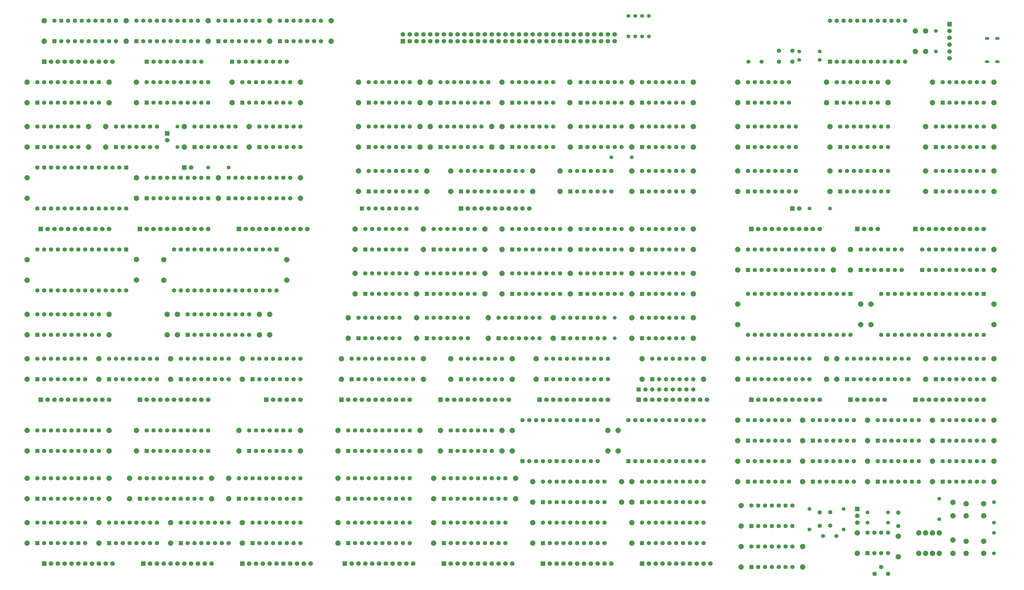
<source format=gbr>
%TF.GenerationSoftware,KiCad,Pcbnew,9.0.6*%
%TF.CreationDate,2025-12-13T09:15:19-08:00*%
%TF.ProjectId,TTL 6510 Computer,54544c20-3635-4313-9020-436f6d707574,A*%
%TF.SameCoordinates,Original*%
%TF.FileFunction,Soldermask,Bot*%
%TF.FilePolarity,Negative*%
%FSLAX46Y46*%
G04 Gerber Fmt 4.6, Leading zero omitted, Abs format (unit mm)*
G04 Created by KiCad (PCBNEW 9.0.6) date 2025-12-13 09:15:19*
%MOMM*%
%LPD*%
G01*
G04 APERTURE LIST*
G04 Aperture macros list*
%AMRoundRect*
0 Rectangle with rounded corners*
0 $1 Rounding radius*
0 $2 $3 $4 $5 $6 $7 $8 $9 X,Y pos of 4 corners*
0 Add a 4 corners polygon primitive as box body*
4,1,4,$2,$3,$4,$5,$6,$7,$8,$9,$2,$3,0*
0 Add four circle primitives for the rounded corners*
1,1,$1+$1,$2,$3*
1,1,$1+$1,$4,$5*
1,1,$1+$1,$6,$7*
1,1,$1+$1,$8,$9*
0 Add four rect primitives between the rounded corners*
20,1,$1+$1,$2,$3,$4,$5,0*
20,1,$1+$1,$4,$5,$6,$7,0*
20,1,$1+$1,$6,$7,$8,$9,0*
20,1,$1+$1,$8,$9,$2,$3,0*%
G04 Aperture macros list end*
%ADD10C,2.000000*%
%ADD11RoundRect,0.250000X0.550000X-0.550000X0.550000X0.550000X-0.550000X0.550000X-0.550000X-0.550000X0*%
%ADD12C,1.600000*%
%ADD13R,1.700000X1.700000*%
%ADD14C,1.700000*%
%ADD15C,1.400000*%
%ADD16R,1.600000X1.600000*%
%ADD17RoundRect,0.250000X-0.550000X0.550000X-0.550000X-0.550000X0.550000X-0.550000X0.550000X0.550000X0*%
%ADD18C,1.500000*%
%ADD19O,1.700000X1.000000*%
%ADD20C,1.620000*%
G04 APERTURE END LIST*
D10*
%TO.C,C36*%
X186690000Y-280670000D03*
X186690000Y-273050000D03*
%TD*%
%TO.C,C140*%
X106680000Y-194310000D03*
X106680000Y-186690000D03*
%TD*%
D11*
%TO.C,U94*%
X139700000Y-194310000D03*
D12*
X142240000Y-194310000D03*
X144780000Y-194310000D03*
X147320000Y-194310000D03*
X149860000Y-194310000D03*
X152400000Y-194310000D03*
X154940000Y-194310000D03*
X154940000Y-186690000D03*
X152400000Y-186690000D03*
X149860000Y-186690000D03*
X147320000Y-186690000D03*
X144780000Y-186690000D03*
X142240000Y-186690000D03*
X139700000Y-186690000D03*
%TD*%
D10*
%TO.C,C45*%
X133350000Y-280670000D03*
X133350000Y-273050000D03*
%TD*%
D11*
%TO.C,U61*%
X193040000Y-194310000D03*
D12*
X195580000Y-194310000D03*
X198120000Y-194310000D03*
X200660000Y-194310000D03*
X203200000Y-194310000D03*
X205740000Y-194310000D03*
X208280000Y-194310000D03*
X208280000Y-186690000D03*
X205740000Y-186690000D03*
X203200000Y-186690000D03*
X200660000Y-186690000D03*
X198120000Y-186690000D03*
X195580000Y-186690000D03*
X193040000Y-186690000D03*
%TD*%
D13*
%TO.C,J1*%
X149860000Y-349250000D03*
D14*
X152400000Y-349250000D03*
X154940000Y-349250000D03*
X157480000Y-349250000D03*
X160020000Y-349250000D03*
X162560000Y-349250000D03*
X165100000Y-349250000D03*
X167640000Y-349250000D03*
X170180000Y-349250000D03*
X172720000Y-349250000D03*
X175260000Y-349250000D03*
%TD*%
D10*
%TO.C,C149*%
X354330000Y-224790000D03*
X354330000Y-232410000D03*
%TD*%
%TO.C,C137*%
X106680000Y-177800000D03*
X106680000Y-170180000D03*
%TD*%
D11*
%TO.C,U46*%
X374650000Y-210820000D03*
D12*
X377190000Y-210820000D03*
X379730000Y-210820000D03*
X382270000Y-210820000D03*
X384810000Y-210820000D03*
X387350000Y-210820000D03*
X389890000Y-210820000D03*
X392430000Y-210820000D03*
X392430000Y-203200000D03*
X389890000Y-203200000D03*
X387350000Y-203200000D03*
X384810000Y-203200000D03*
X382270000Y-203200000D03*
X379730000Y-203200000D03*
X377190000Y-203200000D03*
X374650000Y-203200000D03*
%TD*%
D10*
%TO.C,C30*%
X137160000Y-317500000D03*
X137160000Y-325120000D03*
%TD*%
%TO.C,C110*%
X255270000Y-203200000D03*
X255270000Y-210820000D03*
%TD*%
%TO.C,C93*%
X276860000Y-224790000D03*
X276860000Y-232410000D03*
%TD*%
D13*
%TO.C,JP1*%
X415290000Y-328930000D03*
D14*
X415290000Y-331470000D03*
X415290000Y-334010000D03*
%TD*%
D10*
%TO.C,C138*%
X147320000Y-177800000D03*
X147320000Y-170180000D03*
%TD*%
D11*
%TO.C,U91*%
X312420000Y-194310000D03*
D12*
X314960000Y-194310000D03*
X317500000Y-194310000D03*
X320040000Y-194310000D03*
X322580000Y-194310000D03*
X325120000Y-194310000D03*
X327660000Y-194310000D03*
X327660000Y-186690000D03*
X325120000Y-186690000D03*
X322580000Y-186690000D03*
X320040000Y-186690000D03*
X317500000Y-186690000D03*
X314960000Y-186690000D03*
X312420000Y-186690000D03*
%TD*%
D11*
%TO.C,U43*%
X374650000Y-240030000D03*
D12*
X377190000Y-240030000D03*
X379730000Y-240030000D03*
X382270000Y-240030000D03*
X384810000Y-240030000D03*
X387350000Y-240030000D03*
X389890000Y-240030000D03*
X392430000Y-240030000D03*
X394970000Y-240030000D03*
X397510000Y-240030000D03*
X400050000Y-240030000D03*
X402590000Y-240030000D03*
X402590000Y-232410000D03*
X400050000Y-232410000D03*
X397510000Y-232410000D03*
X394970000Y-232410000D03*
X392430000Y-232410000D03*
X389890000Y-232410000D03*
X387350000Y-232410000D03*
X384810000Y-232410000D03*
X382270000Y-232410000D03*
X379730000Y-232410000D03*
X377190000Y-232410000D03*
X374650000Y-232410000D03*
%TD*%
D10*
%TO.C,C38*%
X193040000Y-256540000D03*
X193040000Y-264160000D03*
%TD*%
%TO.C,C101*%
X288290000Y-317500000D03*
X288290000Y-325120000D03*
%TD*%
%TO.C,C81*%
X466090000Y-194310000D03*
X466090000Y-186690000D03*
%TD*%
D11*
%TO.C,U89*%
X168910000Y-194310000D03*
D12*
X171450000Y-194310000D03*
X173990000Y-194310000D03*
X176530000Y-194310000D03*
X179070000Y-194310000D03*
X181610000Y-194310000D03*
X184150000Y-194310000D03*
X184150000Y-186690000D03*
X181610000Y-186690000D03*
X179070000Y-186690000D03*
X176530000Y-186690000D03*
X173990000Y-186690000D03*
X171450000Y-186690000D03*
X168910000Y-186690000D03*
%TD*%
D13*
%TO.C,J17*%
X260350000Y-288290000D03*
D14*
X262890000Y-288290000D03*
X265430000Y-288290000D03*
X267970000Y-288290000D03*
X270510000Y-288290000D03*
X273050000Y-288290000D03*
X275590000Y-288290000D03*
X278130000Y-288290000D03*
X280670000Y-288290000D03*
X283210000Y-288290000D03*
X285750000Y-288290000D03*
%TD*%
D10*
%TO.C,C17*%
X372110000Y-350520000D03*
X372110000Y-342900000D03*
%TD*%
D15*
%TO.C,R13*%
X325120000Y-257810000D03*
X325120000Y-265430000D03*
%TD*%
D10*
%TO.C,C84*%
X426720000Y-170180000D03*
X426720000Y-177800000D03*
%TD*%
%TO.C,C114*%
X294640000Y-203200000D03*
X294640000Y-210820000D03*
%TD*%
D15*
%TO.C,R11*%
X337845400Y-145542000D03*
X337845400Y-153162000D03*
%TD*%
D10*
%TO.C,C120*%
X260350000Y-307340000D03*
X260350000Y-299720000D03*
%TD*%
%TO.C,C10*%
X415290000Y-337820000D03*
X415290000Y-345440000D03*
%TD*%
D15*
%TO.C,R10*%
X397510000Y-217170000D03*
X405130000Y-217170000D03*
%TD*%
D10*
%TO.C,SW3*%
X438158000Y-337812000D03*
X443230000Y-337820000D03*
X445770000Y-337820000D03*
X438150000Y-345440000D03*
X440690000Y-345440000D03*
X445770000Y-345440000D03*
X440690000Y-337820000D03*
X443230000Y-345440000D03*
%TD*%
D16*
%TO.C,RN4*%
X151130000Y-162560000D03*
D12*
X153670000Y-162560000D03*
X156210000Y-162560000D03*
X158750000Y-162560000D03*
X161290000Y-162560000D03*
X163830000Y-162560000D03*
X166370000Y-162560000D03*
X168910000Y-162560000D03*
X171450000Y-162560000D03*
%TD*%
D10*
%TO.C,C112*%
X264160000Y-210820000D03*
X264160000Y-203200000D03*
%TD*%
%TO.C,C118*%
X302260000Y-265430000D03*
X302260000Y-257810000D03*
%TD*%
D11*
%TO.C,U88*%
X312420000Y-177800000D03*
D12*
X314960000Y-177800000D03*
X317500000Y-177800000D03*
X320040000Y-177800000D03*
X322580000Y-177800000D03*
X325120000Y-177800000D03*
X327660000Y-177800000D03*
X327660000Y-170180000D03*
X325120000Y-170180000D03*
X322580000Y-170180000D03*
X320040000Y-170180000D03*
X317500000Y-170180000D03*
X314960000Y-170180000D03*
X312420000Y-170180000D03*
%TD*%
D11*
%TO.C,U97*%
X186690000Y-177800000D03*
D12*
X189230000Y-177800000D03*
X191770000Y-177800000D03*
X194310000Y-177800000D03*
X196850000Y-177800000D03*
X199390000Y-177800000D03*
X201930000Y-177800000D03*
X204470000Y-177800000D03*
X204470000Y-170180000D03*
X201930000Y-170180000D03*
X199390000Y-170180000D03*
X196850000Y-170180000D03*
X194310000Y-170180000D03*
X191770000Y-170180000D03*
X189230000Y-170180000D03*
X186690000Y-170180000D03*
%TD*%
D10*
%TO.C,C145*%
X165100000Y-194310000D03*
X165100000Y-186690000D03*
%TD*%
D11*
%TO.C,U51*%
X281940000Y-265430000D03*
D12*
X284480000Y-265430000D03*
X287020000Y-265430000D03*
X289560000Y-265430000D03*
X292100000Y-265430000D03*
X294640000Y-265430000D03*
X297180000Y-265430000D03*
X297180000Y-257810000D03*
X294640000Y-257810000D03*
X292100000Y-257810000D03*
X289560000Y-257810000D03*
X287020000Y-257810000D03*
X284480000Y-257810000D03*
X281940000Y-257810000D03*
%TD*%
D10*
%TO.C,C126*%
X335280000Y-280670000D03*
X335280000Y-273050000D03*
%TD*%
D13*
%TO.C,J16*%
X375920000Y-224790000D03*
D14*
X378460000Y-224790000D03*
X381000000Y-224790000D03*
X383540000Y-224790000D03*
X386080000Y-224790000D03*
X388620000Y-224790000D03*
X391160000Y-224790000D03*
X393700000Y-224790000D03*
X396240000Y-224790000D03*
X398780000Y-224790000D03*
X401320000Y-224790000D03*
%TD*%
D11*
%TO.C,U7*%
X375920000Y-350520000D03*
D12*
X378460000Y-350520000D03*
X381000000Y-350520000D03*
X383540000Y-350520000D03*
X386080000Y-350520000D03*
X388620000Y-350520000D03*
X391160000Y-350520000D03*
X391160000Y-342900000D03*
X388620000Y-342900000D03*
X386080000Y-342900000D03*
X383540000Y-342900000D03*
X381000000Y-342900000D03*
X378460000Y-342900000D03*
X375920000Y-342900000D03*
%TD*%
D10*
%TO.C,C53*%
X257810000Y-341630000D03*
X257810000Y-334010000D03*
%TD*%
D15*
%TO.C,R17*%
X393700000Y-158750000D03*
X401320000Y-158750000D03*
%TD*%
D10*
%TO.C,C108*%
X283210000Y-248920000D03*
X283210000Y-241300000D03*
%TD*%
D11*
%TO.C,U44*%
X407670000Y-177800000D03*
D12*
X410210000Y-177800000D03*
X412750000Y-177800000D03*
X415290000Y-177800000D03*
X417830000Y-177800000D03*
X420370000Y-177800000D03*
X422910000Y-177800000D03*
X422910000Y-170180000D03*
X420370000Y-170180000D03*
X417830000Y-170180000D03*
X415290000Y-170180000D03*
X412750000Y-170180000D03*
X410210000Y-170180000D03*
X407670000Y-170180000D03*
%TD*%
D16*
%TO.C,RN2*%
X334010000Y-284480000D03*
D12*
X336550000Y-284480000D03*
X339090000Y-284480000D03*
X341630000Y-284480000D03*
X344170000Y-284480000D03*
X346710000Y-284480000D03*
X349250000Y-284480000D03*
X351790000Y-284480000D03*
X354330000Y-284480000D03*
%TD*%
D13*
%TO.C,J10*%
X335280000Y-349250000D03*
D14*
X337820000Y-349250000D03*
X340360000Y-349250000D03*
X342900000Y-349250000D03*
X345440000Y-349250000D03*
X347980000Y-349250000D03*
X350520000Y-349250000D03*
X353060000Y-349250000D03*
X355600000Y-349250000D03*
X358140000Y-349250000D03*
X360680000Y-349250000D03*
%TD*%
D13*
%TO.C,J14*%
X436880000Y-224790000D03*
D14*
X439420000Y-224790000D03*
X441960000Y-224790000D03*
X444500000Y-224790000D03*
X447040000Y-224790000D03*
X449580000Y-224790000D03*
X452120000Y-224790000D03*
X454660000Y-224790000D03*
X457200000Y-224790000D03*
X459740000Y-224790000D03*
X462280000Y-224790000D03*
%TD*%
D11*
%TO.C,U33*%
X227330000Y-280670000D03*
D12*
X229870000Y-280670000D03*
X232410000Y-280670000D03*
X234950000Y-280670000D03*
X237490000Y-280670000D03*
X240030000Y-280670000D03*
X242570000Y-280670000D03*
X245110000Y-280670000D03*
X247650000Y-280670000D03*
X250190000Y-280670000D03*
X250190000Y-273050000D03*
X247650000Y-273050000D03*
X245110000Y-273050000D03*
X242570000Y-273050000D03*
X240030000Y-273050000D03*
X237490000Y-273050000D03*
X234950000Y-273050000D03*
X232410000Y-273050000D03*
X229870000Y-273050000D03*
X227330000Y-273050000D03*
%TD*%
D10*
%TO.C,C133*%
X283210000Y-194310000D03*
X283210000Y-186690000D03*
%TD*%
D11*
%TO.C,U79*%
X312420000Y-232410000D03*
D12*
X314960000Y-232410000D03*
X317500000Y-232410000D03*
X320040000Y-232410000D03*
X322580000Y-232410000D03*
X325120000Y-232410000D03*
X327660000Y-232410000D03*
X327660000Y-224790000D03*
X325120000Y-224790000D03*
X322580000Y-224790000D03*
X320040000Y-224790000D03*
X317500000Y-224790000D03*
X314960000Y-224790000D03*
X312420000Y-224790000D03*
%TD*%
D11*
%TO.C,U75*%
X287020000Y-232410000D03*
D12*
X289560000Y-232410000D03*
X292100000Y-232410000D03*
X294640000Y-232410000D03*
X297180000Y-232410000D03*
X299720000Y-232410000D03*
X302260000Y-232410000D03*
X304800000Y-232410000D03*
X304800000Y-224790000D03*
X302260000Y-224790000D03*
X299720000Y-224790000D03*
X297180000Y-224790000D03*
X294640000Y-224790000D03*
X292100000Y-224790000D03*
X289560000Y-224790000D03*
X287020000Y-224790000D03*
%TD*%
D11*
%TO.C,U62*%
X255270000Y-248920000D03*
D12*
X257810000Y-248920000D03*
X260350000Y-248920000D03*
X262890000Y-248920000D03*
X265430000Y-248920000D03*
X267970000Y-248920000D03*
X270510000Y-248920000D03*
X273050000Y-248920000D03*
X273050000Y-241300000D03*
X270510000Y-241300000D03*
X267970000Y-241300000D03*
X265430000Y-241300000D03*
X262890000Y-241300000D03*
X260350000Y-241300000D03*
X257810000Y-241300000D03*
X255270000Y-241300000D03*
%TD*%
D10*
%TO.C,C148*%
X173990000Y-154940000D03*
X173990000Y-147320000D03*
%TD*%
D11*
%TO.C,U30*%
X229870000Y-265430000D03*
D12*
X232410000Y-265430000D03*
X234950000Y-265430000D03*
X237490000Y-265430000D03*
X240030000Y-265430000D03*
X242570000Y-265430000D03*
X245110000Y-265430000D03*
X245110000Y-257810000D03*
X242570000Y-257810000D03*
X240030000Y-257810000D03*
X237490000Y-257810000D03*
X234950000Y-257810000D03*
X232410000Y-257810000D03*
X229870000Y-257810000D03*
%TD*%
D11*
%TO.C,U66*%
X261620000Y-325120000D03*
D12*
X264160000Y-325120000D03*
X266700000Y-325120000D03*
X269240000Y-325120000D03*
X271780000Y-325120000D03*
X274320000Y-325120000D03*
X276860000Y-325120000D03*
X279400000Y-325120000D03*
X281940000Y-325120000D03*
X284480000Y-325120000D03*
X284480000Y-317500000D03*
X281940000Y-317500000D03*
X279400000Y-317500000D03*
X276860000Y-317500000D03*
X274320000Y-317500000D03*
X271780000Y-317500000D03*
X269240000Y-317500000D03*
X266700000Y-317500000D03*
X264160000Y-317500000D03*
X261620000Y-317500000D03*
%TD*%
D10*
%TO.C,C134*%
X308490000Y-177800000D03*
X308490000Y-170180000D03*
%TD*%
D13*
%TO.C,J28*%
X449580000Y-148590000D03*
D14*
X449580000Y-151130000D03*
X449580000Y-153670000D03*
X449580000Y-156210000D03*
X449580000Y-158750000D03*
X449580000Y-161290000D03*
%TD*%
D10*
%TO.C,C132*%
X229870000Y-177800000D03*
X229870000Y-170180000D03*
%TD*%
%TO.C,C119*%
X331470000Y-232410000D03*
X331470000Y-224790000D03*
%TD*%
%TO.C,C52*%
X223520000Y-280670000D03*
X223520000Y-273050000D03*
%TD*%
%TO.C,C153*%
X177800000Y-213360000D03*
X177800000Y-205740000D03*
%TD*%
%TO.C,C66*%
X466090000Y-240030000D03*
X466090000Y-232410000D03*
%TD*%
%TO.C,C154*%
X147320000Y-243760000D03*
X147320000Y-236140000D03*
%TD*%
D17*
%TO.C,U102*%
X143510000Y-232410000D03*
D12*
X140970000Y-232410000D03*
X138430000Y-232410000D03*
X135890000Y-232410000D03*
X133350000Y-232410000D03*
X130810000Y-232410000D03*
X128270000Y-232410000D03*
X125730000Y-232410000D03*
X123190000Y-232410000D03*
X120650000Y-232410000D03*
X118110000Y-232410000D03*
X115570000Y-232410000D03*
X113030000Y-232410000D03*
X110490000Y-232410000D03*
X110490000Y-247650000D03*
X113030000Y-247650000D03*
X115570000Y-247650000D03*
X118110000Y-247650000D03*
X120650000Y-247650000D03*
X123190000Y-247650000D03*
X125730000Y-247650000D03*
X128270000Y-247650000D03*
X130810000Y-247650000D03*
X133350000Y-247650000D03*
X135890000Y-247650000D03*
X138430000Y-247650000D03*
X140970000Y-247650000D03*
X143510000Y-247650000D03*
%TD*%
D10*
%TO.C,C105*%
X322585000Y-299720000D03*
X322585000Y-307340000D03*
%TD*%
D11*
%TO.C,U4*%
X447040000Y-318770000D03*
D12*
X449580000Y-318770000D03*
X452120000Y-318770000D03*
X454660000Y-318770000D03*
X457200000Y-318770000D03*
X459740000Y-318770000D03*
X462280000Y-318770000D03*
X462280000Y-311150000D03*
X459740000Y-311150000D03*
X457200000Y-311150000D03*
X454660000Y-311150000D03*
X452120000Y-311150000D03*
X449580000Y-311150000D03*
X447040000Y-311150000D03*
%TD*%
D11*
%TO.C,U3*%
X374650000Y-318770000D03*
D12*
X377190000Y-318770000D03*
X379730000Y-318770000D03*
X382270000Y-318770000D03*
X384810000Y-318770000D03*
X387350000Y-318770000D03*
X389890000Y-318770000D03*
X389890000Y-311150000D03*
X387350000Y-311150000D03*
X384810000Y-311150000D03*
X382270000Y-311150000D03*
X379730000Y-311150000D03*
X377190000Y-311150000D03*
X374650000Y-311150000D03*
%TD*%
D10*
%TO.C,C124*%
X252730000Y-186690000D03*
X252730000Y-194310000D03*
%TD*%
%TO.C,C163*%
X436880000Y-158750000D03*
X436880000Y-151130000D03*
%TD*%
D11*
%TO.C,U71*%
X264160000Y-307340000D03*
D12*
X266700000Y-307340000D03*
X269240000Y-307340000D03*
X271780000Y-307340000D03*
X274320000Y-307340000D03*
X276860000Y-307340000D03*
X279400000Y-307340000D03*
X279400000Y-299720000D03*
X276860000Y-299720000D03*
X274320000Y-299720000D03*
X271780000Y-299720000D03*
X269240000Y-299720000D03*
X266700000Y-299720000D03*
X264160000Y-299720000D03*
%TD*%
D10*
%TO.C,C62*%
X466090000Y-252730000D03*
X466090000Y-260350000D03*
%TD*%
D18*
%TO.C,Y1*%
X402590000Y-339005000D03*
X407490000Y-339005000D03*
%TD*%
D10*
%TO.C,C89*%
X228600000Y-232410000D03*
X228600000Y-224790000D03*
%TD*%
D11*
%TO.C,U37*%
X335280000Y-341630000D03*
D12*
X337820000Y-341630000D03*
X340360000Y-341630000D03*
X342900000Y-341630000D03*
X345440000Y-341630000D03*
X347980000Y-341630000D03*
X350520000Y-341630000D03*
X353060000Y-341630000D03*
X355600000Y-341630000D03*
X358140000Y-341630000D03*
X358140000Y-334010000D03*
X355600000Y-334010000D03*
X353060000Y-334010000D03*
X350520000Y-334010000D03*
X347980000Y-334010000D03*
X345440000Y-334010000D03*
X342900000Y-334010000D03*
X340360000Y-334010000D03*
X337820000Y-334010000D03*
X335280000Y-334010000D03*
%TD*%
D10*
%TO.C,C55*%
X294640000Y-341630000D03*
X294640000Y-334010000D03*
%TD*%
%TO.C,C156*%
X106680000Y-205740000D03*
X106680000Y-213360000D03*
%TD*%
D13*
%TO.C,J25*%
X185420000Y-224790000D03*
D14*
X187960000Y-224790000D03*
X190500000Y-224790000D03*
X193040000Y-224790000D03*
X195580000Y-224790000D03*
X198120000Y-224790000D03*
X200660000Y-224790000D03*
X203200000Y-224790000D03*
X205740000Y-224790000D03*
X208280000Y-224790000D03*
X210820000Y-224790000D03*
%TD*%
D10*
%TO.C,C147*%
X143510000Y-154940000D03*
X143510000Y-147320000D03*
%TD*%
D11*
%TO.C,U64*%
X335280000Y-265430000D03*
D12*
X337820000Y-265430000D03*
X340360000Y-265430000D03*
X342900000Y-265430000D03*
X345440000Y-265430000D03*
X347980000Y-265430000D03*
X350520000Y-265430000D03*
X350520000Y-257810000D03*
X347980000Y-257810000D03*
X345440000Y-257810000D03*
X342900000Y-257810000D03*
X340360000Y-257810000D03*
X337820000Y-257810000D03*
X335280000Y-257810000D03*
%TD*%
D10*
%TO.C,C46*%
X222250000Y-341630000D03*
X222250000Y-334010000D03*
%TD*%
D11*
%TO.C,U18*%
X110490000Y-341630000D03*
D12*
X113030000Y-341630000D03*
X115570000Y-341630000D03*
X118110000Y-341630000D03*
X120650000Y-341630000D03*
X123190000Y-341630000D03*
X125730000Y-341630000D03*
X128270000Y-341630000D03*
X128270000Y-334010000D03*
X125730000Y-334010000D03*
X123190000Y-334010000D03*
X120650000Y-334010000D03*
X118110000Y-334010000D03*
X115570000Y-334010000D03*
X113030000Y-334010000D03*
X110490000Y-334010000D03*
%TD*%
D11*
%TO.C,U1*%
X375920000Y-335280000D03*
D12*
X378460000Y-335280000D03*
X381000000Y-335280000D03*
X383540000Y-335280000D03*
X386080000Y-335280000D03*
X388620000Y-335280000D03*
X391160000Y-335280000D03*
X391160000Y-327660000D03*
X388620000Y-327660000D03*
X386080000Y-327660000D03*
X383540000Y-327660000D03*
X381000000Y-327660000D03*
X378460000Y-327660000D03*
X375920000Y-327660000D03*
%TD*%
D11*
%TO.C,U13*%
X148590000Y-325120000D03*
D12*
X151130000Y-325120000D03*
X153670000Y-325120000D03*
X156210000Y-325120000D03*
X158750000Y-325120000D03*
X161290000Y-325120000D03*
X163830000Y-325120000D03*
X166370000Y-325120000D03*
X168910000Y-325120000D03*
X171450000Y-325120000D03*
X171450000Y-317500000D03*
X168910000Y-317500000D03*
X166370000Y-317500000D03*
X163830000Y-317500000D03*
X161290000Y-317500000D03*
X158750000Y-317500000D03*
X156210000Y-317500000D03*
X153670000Y-317500000D03*
X151130000Y-317500000D03*
X148590000Y-317500000D03*
%TD*%
D11*
%TO.C,U34*%
X261620000Y-341630000D03*
D12*
X264160000Y-341630000D03*
X266700000Y-341630000D03*
X269240000Y-341630000D03*
X271780000Y-341630000D03*
X274320000Y-341630000D03*
X276860000Y-341630000D03*
X279400000Y-341630000D03*
X281940000Y-341630000D03*
X284480000Y-341630000D03*
X284480000Y-334010000D03*
X281940000Y-334010000D03*
X279400000Y-334010000D03*
X276860000Y-334010000D03*
X274320000Y-334010000D03*
X271780000Y-334010000D03*
X269240000Y-334010000D03*
X266700000Y-334010000D03*
X264160000Y-334010000D03*
X261620000Y-334010000D03*
%TD*%
D11*
%TO.C,U84*%
X260350000Y-194310000D03*
D12*
X262890000Y-194310000D03*
X265430000Y-194310000D03*
X267970000Y-194310000D03*
X270510000Y-194310000D03*
X273050000Y-194310000D03*
X275590000Y-194310000D03*
X275590000Y-186690000D03*
X273050000Y-186690000D03*
X270510000Y-186690000D03*
X267970000Y-186690000D03*
X265430000Y-186690000D03*
X262890000Y-186690000D03*
X260350000Y-186690000D03*
%TD*%
D10*
%TO.C,C60*%
X403860000Y-280670000D03*
X403860000Y-273050000D03*
%TD*%
D13*
%TO.C,J21*%
X267970000Y-217170000D03*
D14*
X270510000Y-217170000D03*
X273050000Y-217170000D03*
X275590000Y-217170000D03*
X278130000Y-217170000D03*
X280670000Y-217170000D03*
X283210000Y-217170000D03*
X285750000Y-217170000D03*
X288290000Y-217170000D03*
X290830000Y-217170000D03*
X293370000Y-217170000D03*
%TD*%
D10*
%TO.C,C97*%
X189230000Y-194310000D03*
X189230000Y-186690000D03*
%TD*%
%TO.C,C72*%
X405130000Y-210820000D03*
X405130000Y-203200000D03*
%TD*%
D11*
%TO.C,U8*%
X398780000Y-318770000D03*
D12*
X401320000Y-318770000D03*
X403860000Y-318770000D03*
X406400000Y-318770000D03*
X408940000Y-318770000D03*
X411480000Y-318770000D03*
X414020000Y-318770000D03*
X414020000Y-311150000D03*
X411480000Y-311150000D03*
X408940000Y-311150000D03*
X406400000Y-311150000D03*
X403860000Y-311150000D03*
X401320000Y-311150000D03*
X398780000Y-311150000D03*
%TD*%
D13*
%TO.C,J22*%
X113030000Y-162560000D03*
D14*
X115570000Y-162560000D03*
X118110000Y-162560000D03*
X120650000Y-162560000D03*
X123190000Y-162560000D03*
X125730000Y-162560000D03*
X128270000Y-162560000D03*
X130810000Y-162560000D03*
X133350000Y-162560000D03*
X135890000Y-162560000D03*
X138430000Y-162560000D03*
%TD*%
D15*
%TO.C,R14*%
X331470000Y-198120000D03*
X323850000Y-198120000D03*
%TD*%
D11*
%TO.C,U16*%
X190500000Y-341630000D03*
D12*
X193040000Y-341630000D03*
X195580000Y-341630000D03*
X198120000Y-341630000D03*
X200660000Y-341630000D03*
X203200000Y-341630000D03*
X205740000Y-341630000D03*
X208280000Y-341630000D03*
X208280000Y-334010000D03*
X205740000Y-334010000D03*
X203200000Y-334010000D03*
X200660000Y-334010000D03*
X198120000Y-334010000D03*
X195580000Y-334010000D03*
X193040000Y-334010000D03*
X190500000Y-334010000D03*
%TD*%
D13*
%TO.C,J20*%
X195580000Y-288290000D03*
D14*
X198120000Y-288290000D03*
X200660000Y-288290000D03*
X203200000Y-288290000D03*
X205740000Y-288290000D03*
X208280000Y-288290000D03*
%TD*%
D12*
%TO.C,C161*%
X386160000Y-162560000D03*
X391160000Y-162560000D03*
%TD*%
D10*
%TO.C,C71*%
X370840000Y-210820000D03*
X370840000Y-203200000D03*
%TD*%
D12*
%TO.C,C160*%
X386160000Y-158510000D03*
X391160000Y-158510000D03*
%TD*%
D10*
%TO.C,C135*%
X229870000Y-194310000D03*
X229870000Y-186690000D03*
%TD*%
%TO.C,C58*%
X354330000Y-257810000D03*
X354330000Y-265430000D03*
%TD*%
%TO.C,C109*%
X283210000Y-232410000D03*
X283210000Y-224790000D03*
%TD*%
D15*
%TO.C,R4*%
X410260000Y-336550000D03*
X410260000Y-328930000D03*
%TD*%
D13*
%TO.C,JP3*%
X158750000Y-189230000D03*
D14*
X158750000Y-191770000D03*
%TD*%
D11*
%TO.C,U36*%
X298450000Y-341630000D03*
D12*
X300990000Y-341630000D03*
X303530000Y-341630000D03*
X306070000Y-341630000D03*
X308610000Y-341630000D03*
X311150000Y-341630000D03*
X313690000Y-341630000D03*
X316230000Y-341630000D03*
X318770000Y-341630000D03*
X321310000Y-341630000D03*
X321310000Y-334010000D03*
X318770000Y-334010000D03*
X316230000Y-334010000D03*
X313690000Y-334010000D03*
X311150000Y-334010000D03*
X308610000Y-334010000D03*
X306070000Y-334010000D03*
X303530000Y-334010000D03*
X300990000Y-334010000D03*
X298450000Y-334010000D03*
%TD*%
D13*
%TO.C,JP2*%
X391160000Y-217170000D03*
D14*
X393700000Y-217170000D03*
%TD*%
D15*
%TO.C,R15*%
X162560000Y-194310000D03*
X162560000Y-186690000D03*
%TD*%
D10*
%TO.C,C4*%
X450850000Y-331470000D03*
X450850000Y-326470000D03*
%TD*%
%TO.C,C51*%
X254000000Y-273050000D03*
X254000000Y-280670000D03*
%TD*%
%TO.C,C125*%
X331470000Y-170180000D03*
X331470000Y-177800000D03*
%TD*%
D11*
%TO.C,U95*%
X110490000Y-177800000D03*
D12*
X113030000Y-177800000D03*
X115570000Y-177800000D03*
X118110000Y-177800000D03*
X120650000Y-177800000D03*
X123190000Y-177800000D03*
X125730000Y-177800000D03*
X128270000Y-177800000D03*
X130810000Y-177800000D03*
X133350000Y-177800000D03*
X133350000Y-170180000D03*
X130810000Y-170180000D03*
X128270000Y-170180000D03*
X125730000Y-170180000D03*
X123190000Y-170180000D03*
X120650000Y-170180000D03*
X118110000Y-170180000D03*
X115570000Y-170180000D03*
X113030000Y-170180000D03*
X110490000Y-170180000D03*
%TD*%
D11*
%TO.C,U10*%
X422910000Y-318770000D03*
D12*
X425450000Y-318770000D03*
X427990000Y-318770000D03*
X430530000Y-318770000D03*
X433070000Y-318770000D03*
X435610000Y-318770000D03*
X438150000Y-318770000D03*
X438150000Y-311150000D03*
X435610000Y-311150000D03*
X433070000Y-311150000D03*
X430530000Y-311150000D03*
X427990000Y-311150000D03*
X425450000Y-311150000D03*
X422910000Y-311150000D03*
%TD*%
D10*
%TO.C,C3*%
X450850000Y-345440000D03*
X450850000Y-340440000D03*
%TD*%
%TO.C,C144*%
X208280000Y-170180000D03*
X208280000Y-177800000D03*
%TD*%
D13*
%TO.C,J15*%
X415290000Y-224790000D03*
D14*
X417830000Y-224790000D03*
X420370000Y-224790000D03*
X422910000Y-224790000D03*
%TD*%
D10*
%TO.C,C103*%
X287025000Y-307340000D03*
X287025000Y-299720000D03*
%TD*%
D13*
%TO.C,J11*%
X436880000Y-288290000D03*
D14*
X439420000Y-288290000D03*
X441960000Y-288290000D03*
X444500000Y-288290000D03*
X447040000Y-288290000D03*
X449580000Y-288290000D03*
X452120000Y-288290000D03*
X454660000Y-288290000D03*
X457200000Y-288290000D03*
X459740000Y-288290000D03*
X462280000Y-288290000D03*
%TD*%
D10*
%TO.C,C129*%
X354325000Y-177800000D03*
X354325000Y-170180000D03*
%TD*%
%TO.C,C94*%
X264160000Y-280670000D03*
X264160000Y-273050000D03*
%TD*%
%TO.C,C128*%
X256540000Y-194310000D03*
X256540000Y-186690000D03*
%TD*%
%TO.C,C64*%
X420370000Y-260350000D03*
X420370000Y-252730000D03*
%TD*%
D11*
%TO.C,U63*%
X257810000Y-232410000D03*
D12*
X260350000Y-232410000D03*
X262890000Y-232410000D03*
X265430000Y-232410000D03*
X267970000Y-232410000D03*
X270510000Y-232410000D03*
X273050000Y-232410000D03*
X273050000Y-224790000D03*
X270510000Y-224790000D03*
X267970000Y-224790000D03*
X265430000Y-224790000D03*
X262890000Y-224790000D03*
X260350000Y-224790000D03*
X257810000Y-224790000D03*
%TD*%
D11*
%TO.C,U74*%
X287020000Y-248920000D03*
D12*
X289560000Y-248920000D03*
X292100000Y-248920000D03*
X294640000Y-248920000D03*
X297180000Y-248920000D03*
X299720000Y-248920000D03*
X302260000Y-248920000D03*
X304800000Y-248920000D03*
X304800000Y-241300000D03*
X302260000Y-241300000D03*
X299720000Y-241300000D03*
X297180000Y-241300000D03*
X294640000Y-241300000D03*
X292100000Y-241300000D03*
X289560000Y-241300000D03*
X287020000Y-241300000D03*
%TD*%
D10*
%TO.C,C96*%
X251460000Y-265430000D03*
X251460000Y-257810000D03*
%TD*%
D13*
%TO.C,J13*%
X412750000Y-288290000D03*
D14*
X415290000Y-288290000D03*
X417830000Y-288290000D03*
X420370000Y-288290000D03*
X422910000Y-288290000D03*
X425450000Y-288290000D03*
%TD*%
D11*
%TO.C,U27*%
X110490000Y-264160000D03*
D12*
X113030000Y-264160000D03*
X115570000Y-264160000D03*
X118110000Y-264160000D03*
X120650000Y-264160000D03*
X123190000Y-264160000D03*
X125730000Y-264160000D03*
X128270000Y-264160000D03*
X130810000Y-264160000D03*
X133350000Y-264160000D03*
X133350000Y-256540000D03*
X130810000Y-256540000D03*
X128270000Y-256540000D03*
X125730000Y-256540000D03*
X123190000Y-256540000D03*
X120650000Y-256540000D03*
X118110000Y-256540000D03*
X115570000Y-256540000D03*
X113030000Y-256540000D03*
X110490000Y-256540000D03*
%TD*%
D11*
%TO.C,U21*%
X189230000Y-307340000D03*
D12*
X191770000Y-307340000D03*
X194310000Y-307340000D03*
X196850000Y-307340000D03*
X199390000Y-307340000D03*
X201930000Y-307340000D03*
X204470000Y-307340000D03*
X204470000Y-299720000D03*
X201930000Y-299720000D03*
X199390000Y-299720000D03*
X196850000Y-299720000D03*
X194310000Y-299720000D03*
X191770000Y-299720000D03*
X189230000Y-299720000D03*
%TD*%
D10*
%TO.C,C76*%
X278130000Y-265430000D03*
X278130000Y-257810000D03*
%TD*%
D11*
%TO.C,U85*%
X335280000Y-194310000D03*
D12*
X337820000Y-194310000D03*
X340360000Y-194310000D03*
X342900000Y-194310000D03*
X345440000Y-194310000D03*
X347980000Y-194310000D03*
X350520000Y-194310000D03*
X350520000Y-186690000D03*
X347980000Y-186690000D03*
X345440000Y-186690000D03*
X342900000Y-186690000D03*
X340360000Y-186690000D03*
X337820000Y-186690000D03*
X335280000Y-186690000D03*
%TD*%
D11*
%TO.C,U6*%
X398780000Y-303530000D03*
D12*
X401320000Y-303530000D03*
X403860000Y-303530000D03*
X406400000Y-303530000D03*
X408940000Y-303530000D03*
X411480000Y-303530000D03*
X414020000Y-303530000D03*
X414020000Y-295910000D03*
X411480000Y-295910000D03*
X408940000Y-295910000D03*
X406400000Y-295910000D03*
X403860000Y-295910000D03*
X401320000Y-295910000D03*
X398780000Y-295910000D03*
%TD*%
D10*
%TO.C,C47*%
X222250000Y-325120000D03*
X222250000Y-317500000D03*
%TD*%
%TO.C,C113*%
X308610000Y-248920000D03*
X308610000Y-241300000D03*
%TD*%
D11*
%TO.C,U76*%
X312420000Y-248920000D03*
D12*
X314960000Y-248920000D03*
X317500000Y-248920000D03*
X320040000Y-248920000D03*
X322580000Y-248920000D03*
X325120000Y-248920000D03*
X327660000Y-248920000D03*
X327660000Y-241300000D03*
X325120000Y-241300000D03*
X322580000Y-241300000D03*
X320040000Y-241300000D03*
X317500000Y-241300000D03*
X314960000Y-241300000D03*
X312420000Y-241300000D03*
%TD*%
D10*
%TO.C,C40*%
X137160000Y-256540000D03*
X137160000Y-264160000D03*
%TD*%
D11*
%TO.C,U20*%
X137160000Y-341630000D03*
D12*
X139700000Y-341630000D03*
X142240000Y-341630000D03*
X144780000Y-341630000D03*
X147320000Y-341630000D03*
X149860000Y-341630000D03*
X152400000Y-341630000D03*
X154940000Y-341630000D03*
X154940000Y-334010000D03*
X152400000Y-334010000D03*
X149860000Y-334010000D03*
X147320000Y-334010000D03*
X144780000Y-334010000D03*
X142240000Y-334010000D03*
X139700000Y-334010000D03*
X137160000Y-334010000D03*
%TD*%
%TO.C,C5*%
X401320000Y-335200000D03*
X401320000Y-330200000D03*
%TD*%
D19*
%TO.C,J26*%
X463560000Y-162560000D03*
X467360000Y-162560000D03*
X463560000Y-153920000D03*
X467360000Y-153920000D03*
%TD*%
D10*
%TO.C,C65*%
X370840000Y-260350000D03*
X370840000Y-252730000D03*
%TD*%
D15*
%TO.C,R19*%
X444500000Y-151130000D03*
X444500000Y-158750000D03*
%TD*%
%TO.C,R16*%
X181610000Y-201930000D03*
X173990000Y-201930000D03*
%TD*%
D10*
%TO.C,C42*%
X196850000Y-256540000D03*
X196850000Y-264160000D03*
%TD*%
D13*
%TO.C,J27*%
X246380000Y-154940000D03*
D14*
X246380000Y-152400000D03*
X248920000Y-154940000D03*
X248920000Y-152400000D03*
X251460000Y-154940000D03*
X251460000Y-152400000D03*
X254000000Y-154940000D03*
X254000000Y-152400000D03*
X256540000Y-154940000D03*
X256540000Y-152400000D03*
X259080000Y-154940000D03*
X259080000Y-152400000D03*
X261620000Y-154940000D03*
X261620000Y-152400000D03*
X264160000Y-154940000D03*
X264160000Y-152400000D03*
X266700000Y-154940000D03*
X266700000Y-152400000D03*
X269240000Y-154940000D03*
X269240000Y-152400000D03*
X271780000Y-154940000D03*
X271780000Y-152400000D03*
X274320000Y-154940000D03*
X274320000Y-152400000D03*
X276860000Y-154940000D03*
X276860000Y-152400000D03*
X279400000Y-154940000D03*
X279400000Y-152400000D03*
X281940000Y-154940000D03*
X281940000Y-152400000D03*
X284480000Y-154940000D03*
X284480000Y-152400000D03*
X287020000Y-154940000D03*
X287020000Y-152400000D03*
X289560000Y-154940000D03*
X289560000Y-152400000D03*
X292100000Y-154940000D03*
X292100000Y-152400000D03*
X294640000Y-154940000D03*
X294640000Y-152400000D03*
X297180000Y-154940000D03*
X297180000Y-152400000D03*
X299720000Y-154940000D03*
X299720000Y-152400000D03*
X302260000Y-154940000D03*
X302260000Y-152400000D03*
X304800000Y-154940000D03*
X304800000Y-152400000D03*
X307340000Y-154940000D03*
X307340000Y-152400000D03*
X309880000Y-154940000D03*
X309880000Y-152400000D03*
X312420000Y-154940000D03*
X312420000Y-152400000D03*
X314960000Y-154940000D03*
X314960000Y-152400000D03*
X317500000Y-154940000D03*
X317500000Y-152400000D03*
X320040000Y-154940000D03*
X320040000Y-152400000D03*
X322580000Y-154940000D03*
X322580000Y-152400000D03*
X325120000Y-154940000D03*
X325120000Y-152400000D03*
%TD*%
D11*
%TO.C,U78*%
X335280000Y-232410000D03*
D12*
X337820000Y-232410000D03*
X340360000Y-232410000D03*
X342900000Y-232410000D03*
X345440000Y-232410000D03*
X347980000Y-232410000D03*
X350520000Y-232410000D03*
X350520000Y-224790000D03*
X347980000Y-224790000D03*
X345440000Y-224790000D03*
X342900000Y-224790000D03*
X340360000Y-224790000D03*
X337820000Y-224790000D03*
X335280000Y-224790000D03*
%TD*%
D11*
%TO.C,U68*%
X335280000Y-326390000D03*
D12*
X337820000Y-326390000D03*
X340360000Y-326390000D03*
X342900000Y-326390000D03*
X345440000Y-326390000D03*
X347980000Y-326390000D03*
X350520000Y-326390000D03*
X353060000Y-326390000D03*
X355600000Y-326390000D03*
X358140000Y-326390000D03*
X358140000Y-318770000D03*
X355600000Y-318770000D03*
X353060000Y-318770000D03*
X350520000Y-318770000D03*
X347980000Y-318770000D03*
X345440000Y-318770000D03*
X342900000Y-318770000D03*
X340360000Y-318770000D03*
X337820000Y-318770000D03*
X335280000Y-318770000D03*
%TD*%
D11*
%TO.C,U48*%
X444500000Y-210820000D03*
D12*
X447040000Y-210820000D03*
X449580000Y-210820000D03*
X452120000Y-210820000D03*
X454660000Y-210820000D03*
X457200000Y-210820000D03*
X459740000Y-210820000D03*
X462280000Y-210820000D03*
X462280000Y-203200000D03*
X459740000Y-203200000D03*
X457200000Y-203200000D03*
X454660000Y-203200000D03*
X452120000Y-203200000D03*
X449580000Y-203200000D03*
X447040000Y-203200000D03*
X444500000Y-203200000D03*
%TD*%
D11*
%TO.C,U72*%
X306070000Y-265430000D03*
D12*
X308610000Y-265430000D03*
X311150000Y-265430000D03*
X313690000Y-265430000D03*
X316230000Y-265430000D03*
X318770000Y-265430000D03*
X321310000Y-265430000D03*
X321310000Y-257810000D03*
X318770000Y-257810000D03*
X316230000Y-257810000D03*
X313690000Y-257810000D03*
X311150000Y-257810000D03*
X308610000Y-257810000D03*
X306070000Y-257810000D03*
%TD*%
D10*
%TO.C,C74*%
X443230000Y-177800000D03*
X443230000Y-170180000D03*
%TD*%
%TO.C,C49*%
X226060000Y-265430000D03*
X226060000Y-257810000D03*
%TD*%
%TO.C,C7*%
X443230000Y-311150000D03*
X443230000Y-318770000D03*
%TD*%
D13*
%TO.C,J6*%
X223520000Y-288290000D03*
D14*
X226060000Y-288290000D03*
X228600000Y-288290000D03*
X231140000Y-288290000D03*
X233680000Y-288290000D03*
X236220000Y-288290000D03*
X238760000Y-288290000D03*
X241300000Y-288290000D03*
X243840000Y-288290000D03*
X246380000Y-288290000D03*
X248920000Y-288290000D03*
%TD*%
D13*
%TO.C,J7*%
X224790000Y-349250000D03*
D14*
X227330000Y-349250000D03*
X229870000Y-349250000D03*
X232410000Y-349250000D03*
X234950000Y-349250000D03*
X237490000Y-349250000D03*
X240030000Y-349250000D03*
X242570000Y-349250000D03*
X245110000Y-349250000D03*
X247650000Y-349250000D03*
X250190000Y-349250000D03*
%TD*%
D13*
%TO.C,J9*%
X298450000Y-349250000D03*
D14*
X300990000Y-349250000D03*
X303530000Y-349250000D03*
X306070000Y-349250000D03*
X308610000Y-349250000D03*
X311150000Y-349250000D03*
X313690000Y-349250000D03*
X316230000Y-349250000D03*
X318770000Y-349250000D03*
X321310000Y-349250000D03*
X323850000Y-349250000D03*
%TD*%
D11*
%TO.C,U83*%
X233680000Y-194310000D03*
D12*
X236220000Y-194310000D03*
X238760000Y-194310000D03*
X241300000Y-194310000D03*
X243840000Y-194310000D03*
X246380000Y-194310000D03*
X248920000Y-194310000D03*
X248920000Y-186690000D03*
X246380000Y-186690000D03*
X243840000Y-186690000D03*
X241300000Y-186690000D03*
X238760000Y-186690000D03*
X236220000Y-186690000D03*
X233680000Y-186690000D03*
%TD*%
D16*
%TO.C,RN1*%
X231140000Y-217170000D03*
D12*
X233680000Y-217170000D03*
X236220000Y-217170000D03*
X238760000Y-217170000D03*
X241300000Y-217170000D03*
X243840000Y-217170000D03*
X246380000Y-217170000D03*
X248920000Y-217170000D03*
X251460000Y-217170000D03*
%TD*%
D10*
%TO.C,C37*%
X208280000Y-307340000D03*
X208280000Y-299720000D03*
%TD*%
D11*
%TO.C,U52*%
X308610000Y-210820000D03*
D12*
X311150000Y-210820000D03*
X313690000Y-210820000D03*
X316230000Y-210820000D03*
X318770000Y-210820000D03*
X321310000Y-210820000D03*
X323850000Y-210820000D03*
X323850000Y-203200000D03*
X321310000Y-203200000D03*
X318770000Y-203200000D03*
X316230000Y-203200000D03*
X313690000Y-203200000D03*
X311150000Y-203200000D03*
X308610000Y-203200000D03*
%TD*%
D15*
%TO.C,R6*%
X419100000Y-334010000D03*
X426720000Y-334010000D03*
%TD*%
D10*
%TO.C,C157*%
X147320000Y-213360000D03*
X147320000Y-205740000D03*
%TD*%
D11*
%TO.C,U56*%
X444500000Y-194310000D03*
D12*
X447040000Y-194310000D03*
X449580000Y-194310000D03*
X452120000Y-194310000D03*
X454660000Y-194310000D03*
X457200000Y-194310000D03*
X459740000Y-194310000D03*
X462280000Y-194310000D03*
X462280000Y-186690000D03*
X459740000Y-186690000D03*
X457200000Y-186690000D03*
X454660000Y-186690000D03*
X452120000Y-186690000D03*
X449580000Y-186690000D03*
X447040000Y-186690000D03*
X444500000Y-186690000D03*
%TD*%
D13*
%TO.C,J23*%
X148590000Y-224790000D03*
D14*
X151130000Y-224790000D03*
X153670000Y-224790000D03*
X156210000Y-224790000D03*
X158750000Y-224790000D03*
X161290000Y-224790000D03*
X163830000Y-224790000D03*
X166370000Y-224790000D03*
X168910000Y-224790000D03*
X171450000Y-224790000D03*
X173990000Y-224790000D03*
%TD*%
D11*
%TO.C,U101*%
X147320000Y-154940000D03*
D12*
X149860000Y-154940000D03*
X152400000Y-154940000D03*
X154940000Y-154940000D03*
X157480000Y-154940000D03*
X160020000Y-154940000D03*
X162560000Y-154940000D03*
X165100000Y-154940000D03*
X167640000Y-154940000D03*
X170180000Y-154940000D03*
X170180000Y-147320000D03*
X167640000Y-147320000D03*
X165100000Y-147320000D03*
X162560000Y-147320000D03*
X160020000Y-147320000D03*
X157480000Y-147320000D03*
X154940000Y-147320000D03*
X152400000Y-147320000D03*
X149860000Y-147320000D03*
X147320000Y-147320000D03*
%TD*%
D10*
%TO.C,C43*%
X158750000Y-256540000D03*
X158750000Y-264160000D03*
%TD*%
D11*
%TO.C,U2*%
X419140000Y-345360000D03*
D12*
X421680000Y-345360000D03*
X424220000Y-345360000D03*
X426760000Y-345360000D03*
X426760000Y-337740000D03*
X424220000Y-337740000D03*
X421680000Y-337740000D03*
X419140000Y-337740000D03*
%TD*%
D13*
%TO.C,JP4*%
X165100000Y-201930000D03*
D14*
X167640000Y-201930000D03*
%TD*%
D10*
%TO.C,C22*%
X160020000Y-341630000D03*
X160020000Y-334010000D03*
%TD*%
%TO.C,C68*%
X407670000Y-273050000D03*
X407670000Y-280670000D03*
%TD*%
D13*
%TO.C,J4*%
X148590000Y-288290000D03*
D14*
X151130000Y-288290000D03*
X153670000Y-288290000D03*
X156210000Y-288290000D03*
X158750000Y-288290000D03*
X161290000Y-288290000D03*
X163830000Y-288290000D03*
X166370000Y-288290000D03*
X168910000Y-288290000D03*
X171450000Y-288290000D03*
X173990000Y-288290000D03*
%TD*%
D10*
%TO.C,C73*%
X466090000Y-210820000D03*
X466090000Y-203200000D03*
%TD*%
D11*
%TO.C,U87*%
X339090000Y-280670000D03*
D12*
X341630000Y-280670000D03*
X344170000Y-280670000D03*
X346710000Y-280670000D03*
X349250000Y-280670000D03*
X351790000Y-280670000D03*
X354330000Y-280670000D03*
X354330000Y-273050000D03*
X351790000Y-273050000D03*
X349250000Y-273050000D03*
X346710000Y-273050000D03*
X344170000Y-273050000D03*
X341630000Y-273050000D03*
X339090000Y-273050000D03*
%TD*%
D10*
%TO.C,C82*%
X466090000Y-170180000D03*
X466090000Y-177800000D03*
%TD*%
%TO.C,C69*%
X403860000Y-177800000D03*
X403860000Y-170180000D03*
%TD*%
%TO.C,C28*%
X106680000Y-341630000D03*
X106680000Y-334010000D03*
%TD*%
D11*
%TO.C,U70*%
X290835000Y-311150000D03*
D12*
X293375000Y-311150000D03*
X295915000Y-311150000D03*
X298455000Y-311150000D03*
X300995000Y-311150000D03*
X303535000Y-311150000D03*
X306075000Y-311150000D03*
X308615000Y-311150000D03*
X311155000Y-311150000D03*
X313695000Y-311150000D03*
X316235000Y-311150000D03*
X318775000Y-311150000D03*
X318775000Y-295910000D03*
X316235000Y-295910000D03*
X313695000Y-295910000D03*
X311155000Y-295910000D03*
X308615000Y-295910000D03*
X306075000Y-295910000D03*
X303535000Y-295910000D03*
X300995000Y-295910000D03*
X298455000Y-295910000D03*
X295915000Y-295910000D03*
X293375000Y-295910000D03*
X290835000Y-295910000D03*
%TD*%
D10*
%TO.C,SW1*%
X455780000Y-340940000D03*
X462280000Y-340940000D03*
X455780000Y-345440000D03*
X462280000Y-345440000D03*
%TD*%
%TO.C,C23*%
X106680000Y-325120000D03*
X106680000Y-317500000D03*
%TD*%
D11*
%TO.C,U77*%
X335280000Y-248920000D03*
D12*
X337820000Y-248920000D03*
X340360000Y-248920000D03*
X342900000Y-248920000D03*
X345440000Y-248920000D03*
X347980000Y-248920000D03*
X350520000Y-248920000D03*
X350520000Y-241300000D03*
X347980000Y-241300000D03*
X345440000Y-241300000D03*
X342900000Y-241300000D03*
X340360000Y-241300000D03*
X337820000Y-241300000D03*
X335280000Y-241300000D03*
%TD*%
D11*
%TO.C,U57*%
X267970000Y-280670000D03*
D12*
X270510000Y-280670000D03*
X273050000Y-280670000D03*
X275590000Y-280670000D03*
X278130000Y-280670000D03*
X280670000Y-280670000D03*
X283210000Y-280670000D03*
X283210000Y-273050000D03*
X280670000Y-273050000D03*
X278130000Y-273050000D03*
X275590000Y-273050000D03*
X273050000Y-273050000D03*
X270510000Y-273050000D03*
X267970000Y-273050000D03*
%TD*%
D11*
%TO.C,U12*%
X416560000Y-240030000D03*
D12*
X419100000Y-240030000D03*
X421640000Y-240030000D03*
X424180000Y-240030000D03*
X426720000Y-240030000D03*
X429260000Y-240030000D03*
X431800000Y-240030000D03*
X431800000Y-232410000D03*
X429260000Y-232410000D03*
X426720000Y-232410000D03*
X424180000Y-232410000D03*
X421640000Y-232410000D03*
X419100000Y-232410000D03*
X416560000Y-232410000D03*
%TD*%
D10*
%TO.C,C136*%
X354330000Y-194310000D03*
X354330000Y-186690000D03*
%TD*%
D11*
%TO.C,U93*%
X110490000Y-194310000D03*
D12*
X113030000Y-194310000D03*
X115570000Y-194310000D03*
X118110000Y-194310000D03*
X120650000Y-194310000D03*
X123190000Y-194310000D03*
X125730000Y-194310000D03*
X125730000Y-186690000D03*
X123190000Y-186690000D03*
X120650000Y-186690000D03*
X118110000Y-186690000D03*
X115570000Y-186690000D03*
X113030000Y-186690000D03*
X110490000Y-186690000D03*
%TD*%
D15*
%TO.C,R7*%
X445770000Y-325120000D03*
X445770000Y-332740000D03*
%TD*%
D10*
%TO.C,C158*%
X157480000Y-236220000D03*
X157480000Y-243840000D03*
%TD*%
D13*
%TO.C,J3*%
X186690000Y-349250000D03*
D14*
X189230000Y-349250000D03*
X191770000Y-349250000D03*
X194310000Y-349250000D03*
X196850000Y-349250000D03*
X199390000Y-349250000D03*
X201930000Y-349250000D03*
X204470000Y-349250000D03*
X207010000Y-349250000D03*
X209550000Y-349250000D03*
X212090000Y-349250000D03*
%TD*%
D10*
%TO.C,C104*%
X326395000Y-307340000D03*
X326395000Y-299720000D03*
%TD*%
D11*
%TO.C,U15*%
X110490000Y-325120000D03*
D12*
X113030000Y-325120000D03*
X115570000Y-325120000D03*
X118110000Y-325120000D03*
X120650000Y-325120000D03*
X123190000Y-325120000D03*
X125730000Y-325120000D03*
X128270000Y-325120000D03*
X130810000Y-325120000D03*
X133350000Y-325120000D03*
X133350000Y-317500000D03*
X130810000Y-317500000D03*
X128270000Y-317500000D03*
X125730000Y-317500000D03*
X123190000Y-317500000D03*
X120650000Y-317500000D03*
X118110000Y-317500000D03*
X115570000Y-317500000D03*
X113030000Y-317500000D03*
X110490000Y-317500000D03*
%TD*%
D10*
%TO.C,C78*%
X283210000Y-177800000D03*
X283210000Y-170180000D03*
%TD*%
%TO.C,C20*%
X394970000Y-318770000D03*
X394970000Y-311150000D03*
%TD*%
%TO.C,C102*%
X327660000Y-318770000D03*
X327660000Y-326390000D03*
%TD*%
%TO.C,C31*%
X137160000Y-299720000D03*
X137160000Y-307340000D03*
%TD*%
%TO.C,C18*%
X419100000Y-303530000D03*
X419100000Y-295910000D03*
%TD*%
D11*
%TO.C,U32*%
X226060000Y-307340000D03*
D12*
X228600000Y-307340000D03*
X231140000Y-307340000D03*
X233680000Y-307340000D03*
X236220000Y-307340000D03*
X238760000Y-307340000D03*
X241300000Y-307340000D03*
X243840000Y-307340000D03*
X246380000Y-307340000D03*
X248920000Y-307340000D03*
X248920000Y-299720000D03*
X246380000Y-299720000D03*
X243840000Y-299720000D03*
X241300000Y-299720000D03*
X238760000Y-299720000D03*
X236220000Y-299720000D03*
X233680000Y-299720000D03*
X231140000Y-299720000D03*
X228600000Y-299720000D03*
X226060000Y-299720000D03*
%TD*%
D11*
%TO.C,U22*%
X163830000Y-280670000D03*
D12*
X166370000Y-280670000D03*
X168910000Y-280670000D03*
X171450000Y-280670000D03*
X173990000Y-280670000D03*
X176530000Y-280670000D03*
X179070000Y-280670000D03*
X181610000Y-280670000D03*
X181610000Y-273050000D03*
X179070000Y-273050000D03*
X176530000Y-273050000D03*
X173990000Y-273050000D03*
X171450000Y-273050000D03*
X168910000Y-273050000D03*
X166370000Y-273050000D03*
X163830000Y-273050000D03*
%TD*%
D10*
%TO.C,C151*%
X219710000Y-154940000D03*
X219710000Y-147320000D03*
%TD*%
D11*
%TO.C,U55*%
X408940000Y-194310000D03*
D12*
X411480000Y-194310000D03*
X414020000Y-194310000D03*
X416560000Y-194310000D03*
X419100000Y-194310000D03*
X421640000Y-194310000D03*
X424180000Y-194310000D03*
X426720000Y-194310000D03*
X426720000Y-186690000D03*
X424180000Y-186690000D03*
X421640000Y-186690000D03*
X419100000Y-186690000D03*
X416560000Y-186690000D03*
X414020000Y-186690000D03*
X411480000Y-186690000D03*
X408940000Y-186690000D03*
%TD*%
D10*
%TO.C,C32*%
X106680000Y-307340000D03*
X106680000Y-299720000D03*
%TD*%
D15*
%TO.C,R5*%
X419100000Y-330200000D03*
X426720000Y-330200000D03*
%TD*%
D12*
%TO.C,C1*%
X430530000Y-330280000D03*
X430530000Y-335280000D03*
%TD*%
D10*
%TO.C,C85*%
X440690000Y-203200000D03*
X440690000Y-210820000D03*
%TD*%
%TO.C,C99*%
X294640000Y-326390000D03*
X294640000Y-318770000D03*
%TD*%
%TO.C,C122*%
X331470000Y-194310000D03*
X331470000Y-186690000D03*
%TD*%
%TO.C,C26*%
X185420000Y-299720000D03*
X185420000Y-307340000D03*
%TD*%
%TO.C,C6*%
X430570000Y-339090000D03*
X430570000Y-346710000D03*
%TD*%
%TO.C,C75*%
X370840000Y-177800000D03*
X370840000Y-170180000D03*
%TD*%
%TO.C,C63*%
X416560000Y-252730000D03*
X416560000Y-260350000D03*
%TD*%
%TO.C,C123*%
X252730000Y-170180000D03*
X252730000Y-177800000D03*
%TD*%
%TO.C,C44*%
X106680000Y-264160000D03*
X106680000Y-256540000D03*
%TD*%
%TO.C,C90*%
X406400000Y-232410000D03*
X406400000Y-240030000D03*
%TD*%
D15*
%TO.C,R2*%
X466090000Y-326390000D03*
X466090000Y-334010000D03*
%TD*%
D10*
%TO.C,C98*%
X257810000Y-325120000D03*
X257810000Y-317500000D03*
%TD*%
D12*
%TO.C,C2*%
X405220000Y-335120000D03*
X405220000Y-330120000D03*
%TD*%
D10*
%TO.C,C27*%
X147320000Y-307340000D03*
X147320000Y-299720000D03*
%TD*%
D11*
%TO.C,U90*%
X233680000Y-177800000D03*
D12*
X236220000Y-177800000D03*
X238760000Y-177800000D03*
X241300000Y-177800000D03*
X243840000Y-177800000D03*
X246380000Y-177800000D03*
X248920000Y-177800000D03*
X248920000Y-170180000D03*
X246380000Y-170180000D03*
X243840000Y-170180000D03*
X241300000Y-170180000D03*
X238760000Y-170180000D03*
X236220000Y-170180000D03*
X233680000Y-170180000D03*
%TD*%
D11*
%TO.C,U54*%
X374650000Y-194310000D03*
D12*
X377190000Y-194310000D03*
X379730000Y-194310000D03*
X382270000Y-194310000D03*
X384810000Y-194310000D03*
X387350000Y-194310000D03*
X389890000Y-194310000D03*
X392430000Y-194310000D03*
X392430000Y-186690000D03*
X389890000Y-186690000D03*
X387350000Y-186690000D03*
X384810000Y-186690000D03*
X382270000Y-186690000D03*
X379730000Y-186690000D03*
X377190000Y-186690000D03*
X374650000Y-186690000D03*
%TD*%
D10*
%TO.C,C150*%
X196850000Y-147308000D03*
X196850000Y-154928000D03*
%TD*%
%TO.C,C130*%
X308610000Y-194310000D03*
X308610000Y-186690000D03*
%TD*%
D17*
%TO.C,U104*%
X143510000Y-201930000D03*
D12*
X140970000Y-201930000D03*
X138430000Y-201930000D03*
X135890000Y-201930000D03*
X133350000Y-201930000D03*
X130810000Y-201930000D03*
X128270000Y-201930000D03*
X125730000Y-201930000D03*
X123190000Y-201930000D03*
X120650000Y-201930000D03*
X118110000Y-201930000D03*
X115570000Y-201930000D03*
X113030000Y-201930000D03*
X110490000Y-201930000D03*
X110490000Y-217170000D03*
X113030000Y-217170000D03*
X115570000Y-217170000D03*
X118110000Y-217170000D03*
X120650000Y-217170000D03*
X123190000Y-217170000D03*
X125730000Y-217170000D03*
X128270000Y-217170000D03*
X130810000Y-217170000D03*
X133350000Y-217170000D03*
X135890000Y-217170000D03*
X138430000Y-217170000D03*
X140970000Y-217170000D03*
X143510000Y-217170000D03*
%TD*%
D10*
%TO.C,C121*%
X308610000Y-232410000D03*
X308610000Y-224790000D03*
%TD*%
D11*
%TO.C,U24*%
X190500000Y-280670000D03*
D12*
X193040000Y-280670000D03*
X195580000Y-280670000D03*
X198120000Y-280670000D03*
X200660000Y-280670000D03*
X203200000Y-280670000D03*
X205740000Y-280670000D03*
X208280000Y-280670000D03*
X208280000Y-273050000D03*
X205740000Y-273050000D03*
X203200000Y-273050000D03*
X200660000Y-273050000D03*
X198120000Y-273050000D03*
X195580000Y-273050000D03*
X193040000Y-273050000D03*
X190500000Y-273050000D03*
%TD*%
D13*
%TO.C,J18*%
X334010000Y-288290000D03*
D14*
X336550000Y-288290000D03*
X339090000Y-288290000D03*
X341630000Y-288290000D03*
X344170000Y-288290000D03*
X346710000Y-288290000D03*
X349250000Y-288290000D03*
X351790000Y-288290000D03*
X354330000Y-288290000D03*
X356870000Y-288290000D03*
X359410000Y-288290000D03*
%TD*%
D11*
%TO.C,U69*%
X330200000Y-311150000D03*
D12*
X332740000Y-311150000D03*
X335280000Y-311150000D03*
X337820000Y-311150000D03*
X340360000Y-311150000D03*
X342900000Y-311150000D03*
X345440000Y-311150000D03*
X347980000Y-311150000D03*
X350520000Y-311150000D03*
X353060000Y-311150000D03*
X355600000Y-311150000D03*
X358140000Y-311150000D03*
X358140000Y-295910000D03*
X355600000Y-295910000D03*
X353060000Y-295910000D03*
X350520000Y-295910000D03*
X347980000Y-295910000D03*
X345440000Y-295910000D03*
X342900000Y-295910000D03*
X340360000Y-295910000D03*
X337820000Y-295910000D03*
X335280000Y-295910000D03*
X332740000Y-295910000D03*
X330200000Y-295910000D03*
%TD*%
D11*
%TO.C,U60*%
X232410000Y-248920000D03*
D12*
X234950000Y-248920000D03*
X237490000Y-248920000D03*
X240030000Y-248920000D03*
X242570000Y-248920000D03*
X245110000Y-248920000D03*
X247650000Y-248920000D03*
X247650000Y-241300000D03*
X245110000Y-241300000D03*
X242570000Y-241300000D03*
X240030000Y-241300000D03*
X237490000Y-241300000D03*
X234950000Y-241300000D03*
X232410000Y-241300000D03*
%TD*%
D10*
%TO.C,C131*%
X256540000Y-177800000D03*
X256540000Y-170180000D03*
%TD*%
%TO.C,C33*%
X133350000Y-341630000D03*
X133350000Y-334010000D03*
%TD*%
D15*
%TO.C,R1*%
X466090000Y-337820000D03*
X466090000Y-345440000D03*
%TD*%
D10*
%TO.C,C143*%
X182880000Y-177800000D03*
X182880000Y-170180000D03*
%TD*%
D13*
%TO.C,J24*%
X111760000Y-224790000D03*
D14*
X114300000Y-224790000D03*
X116840000Y-224790000D03*
X119380000Y-224790000D03*
X121920000Y-224790000D03*
X124460000Y-224790000D03*
X127000000Y-224790000D03*
X129540000Y-224790000D03*
X132080000Y-224790000D03*
X134620000Y-224790000D03*
X137160000Y-224790000D03*
%TD*%
D10*
%TO.C,C92*%
X254000000Y-232410000D03*
X254000000Y-224790000D03*
%TD*%
%TO.C,C48*%
X222250000Y-307340000D03*
X222250000Y-299720000D03*
%TD*%
%TO.C,C8*%
X443230000Y-295910000D03*
X443230000Y-303530000D03*
%TD*%
D11*
%TO.C,U28*%
X137160000Y-280670000D03*
D12*
X139700000Y-280670000D03*
X142240000Y-280670000D03*
X144780000Y-280670000D03*
X147320000Y-280670000D03*
X149860000Y-280670000D03*
X152400000Y-280670000D03*
X154940000Y-280670000D03*
X154940000Y-273050000D03*
X152400000Y-273050000D03*
X149860000Y-273050000D03*
X147320000Y-273050000D03*
X144780000Y-273050000D03*
X142240000Y-273050000D03*
X139700000Y-273050000D03*
X137160000Y-273050000D03*
%TD*%
D10*
%TO.C,C88*%
X370840000Y-280670000D03*
X370840000Y-273050000D03*
%TD*%
D11*
%TO.C,U19*%
X110490000Y-307340000D03*
D12*
X113030000Y-307340000D03*
X115570000Y-307340000D03*
X118110000Y-307340000D03*
X120650000Y-307340000D03*
X123190000Y-307340000D03*
X125730000Y-307340000D03*
X128270000Y-307340000D03*
X130810000Y-307340000D03*
X133350000Y-307340000D03*
X133350000Y-299720000D03*
X130810000Y-299720000D03*
X128270000Y-299720000D03*
X125730000Y-299720000D03*
X123190000Y-299720000D03*
X120650000Y-299720000D03*
X118110000Y-299720000D03*
X115570000Y-299720000D03*
X113030000Y-299720000D03*
X110490000Y-299720000D03*
%TD*%
D11*
%TO.C,U103*%
X151130000Y-213360000D03*
D12*
X153670000Y-213360000D03*
X156210000Y-213360000D03*
X158750000Y-213360000D03*
X161290000Y-213360000D03*
X163830000Y-213360000D03*
X166370000Y-213360000D03*
X168910000Y-213360000D03*
X171450000Y-213360000D03*
X173990000Y-213360000D03*
X173990000Y-205740000D03*
X171450000Y-205740000D03*
X168910000Y-205740000D03*
X166370000Y-205740000D03*
X163830000Y-205740000D03*
X161290000Y-205740000D03*
X158750000Y-205740000D03*
X156210000Y-205740000D03*
X153670000Y-205740000D03*
X151130000Y-205740000D03*
%TD*%
D10*
%TO.C,C162*%
X440688000Y-151130000D03*
X440688000Y-158750000D03*
%TD*%
%TO.C,C79*%
X370840000Y-194310000D03*
X370840000Y-186690000D03*
%TD*%
D15*
%TO.C,R12*%
X330174600Y-145542000D03*
X330174600Y-153162000D03*
%TD*%
D11*
%TO.C,U38*%
X444500000Y-280670000D03*
D12*
X447040000Y-280670000D03*
X449580000Y-280670000D03*
X452120000Y-280670000D03*
X454660000Y-280670000D03*
X457200000Y-280670000D03*
X459740000Y-280670000D03*
X462280000Y-280670000D03*
X462280000Y-273050000D03*
X459740000Y-273050000D03*
X457200000Y-273050000D03*
X454660000Y-273050000D03*
X452120000Y-273050000D03*
X449580000Y-273050000D03*
X447040000Y-273050000D03*
X444500000Y-273050000D03*
%TD*%
D10*
%TO.C,C15*%
X466090000Y-318770000D03*
X466090000Y-311150000D03*
%TD*%
D13*
%TO.C,J12*%
X375920000Y-288290000D03*
D14*
X378460000Y-288290000D03*
X381000000Y-288290000D03*
X383540000Y-288290000D03*
X386080000Y-288290000D03*
X388620000Y-288290000D03*
X391160000Y-288290000D03*
X393700000Y-288290000D03*
X396240000Y-288290000D03*
X398780000Y-288290000D03*
X401320000Y-288290000D03*
%TD*%
D11*
%TO.C,U11*%
X374650000Y-303530000D03*
D12*
X377190000Y-303530000D03*
X379730000Y-303530000D03*
X382270000Y-303530000D03*
X384810000Y-303530000D03*
X387350000Y-303530000D03*
X389890000Y-303530000D03*
X389890000Y-295910000D03*
X387350000Y-295910000D03*
X384810000Y-295910000D03*
X382270000Y-295910000D03*
X379730000Y-295910000D03*
X377190000Y-295910000D03*
X374650000Y-295910000D03*
%TD*%
D10*
%TO.C,C24*%
X186690000Y-341630000D03*
X186690000Y-334010000D03*
%TD*%
%TO.C,C21*%
X144780000Y-325120000D03*
X144780000Y-317500000D03*
%TD*%
D11*
%TO.C,U17*%
X151130000Y-307340000D03*
D12*
X153670000Y-307340000D03*
X156210000Y-307340000D03*
X158750000Y-307340000D03*
X161290000Y-307340000D03*
X163830000Y-307340000D03*
X166370000Y-307340000D03*
X168910000Y-307340000D03*
X171450000Y-307340000D03*
X173990000Y-307340000D03*
X173990000Y-299720000D03*
X171450000Y-299720000D03*
X168910000Y-299720000D03*
X166370000Y-299720000D03*
X163830000Y-299720000D03*
X161290000Y-299720000D03*
X158750000Y-299720000D03*
X156210000Y-299720000D03*
X153670000Y-299720000D03*
X151130000Y-299720000D03*
%TD*%
D10*
%TO.C,C146*%
X113030000Y-154940000D03*
X113030000Y-147320000D03*
%TD*%
D11*
%TO.C,U50*%
X374650000Y-177800000D03*
D12*
X377190000Y-177800000D03*
X379730000Y-177800000D03*
X382270000Y-177800000D03*
X384810000Y-177800000D03*
X387350000Y-177800000D03*
X389890000Y-177800000D03*
X389890000Y-170180000D03*
X387350000Y-170180000D03*
X384810000Y-170180000D03*
X382270000Y-170180000D03*
X379730000Y-170180000D03*
X377190000Y-170180000D03*
X374650000Y-170180000D03*
%TD*%
D10*
%TO.C,C159*%
X203200000Y-243840000D03*
X203200000Y-236220000D03*
%TD*%
D11*
%TO.C,U100*%
X116840000Y-154940000D03*
D12*
X119380000Y-154940000D03*
X121920000Y-154940000D03*
X124460000Y-154940000D03*
X127000000Y-154940000D03*
X129540000Y-154940000D03*
X132080000Y-154940000D03*
X134620000Y-154940000D03*
X137160000Y-154940000D03*
X139700000Y-154940000D03*
X139700000Y-147320000D03*
X137160000Y-147320000D03*
X134620000Y-147320000D03*
X132080000Y-147320000D03*
X129540000Y-147320000D03*
X127000000Y-147320000D03*
X124460000Y-147320000D03*
X121920000Y-147320000D03*
X119380000Y-147320000D03*
X116840000Y-147320000D03*
%TD*%
D10*
%TO.C,C12*%
X372110000Y-335280000D03*
X372110000Y-327660000D03*
%TD*%
D11*
%TO.C,U45*%
X335280000Y-210820000D03*
D12*
X337820000Y-210820000D03*
X340360000Y-210820000D03*
X342900000Y-210820000D03*
X345440000Y-210820000D03*
X347980000Y-210820000D03*
X350520000Y-210820000D03*
X350520000Y-203200000D03*
X347980000Y-203200000D03*
X345440000Y-203200000D03*
X342900000Y-203200000D03*
X340360000Y-203200000D03*
X337820000Y-203200000D03*
X335280000Y-203200000D03*
%TD*%
D10*
%TO.C,C25*%
X394970000Y-303530000D03*
X394970000Y-295910000D03*
%TD*%
%TO.C,C56*%
X358140000Y-273050000D03*
X358140000Y-280670000D03*
%TD*%
D11*
%TO.C,U106*%
X405130000Y-162560000D03*
D12*
X407670000Y-162560000D03*
X410210000Y-162560000D03*
X412750000Y-162560000D03*
X415290000Y-162560000D03*
X417830000Y-162560000D03*
X420370000Y-162560000D03*
X422910000Y-162560000D03*
X425450000Y-162560000D03*
X427990000Y-162560000D03*
X430530000Y-162560000D03*
X433070000Y-162560000D03*
X433070000Y-147320000D03*
X430530000Y-147320000D03*
X427990000Y-147320000D03*
X425450000Y-147320000D03*
X422910000Y-147320000D03*
X420370000Y-147320000D03*
X417830000Y-147320000D03*
X415290000Y-147320000D03*
X412750000Y-147320000D03*
X410210000Y-147320000D03*
X407670000Y-147320000D03*
X405130000Y-147320000D03*
%TD*%
D10*
%TO.C,C127*%
X279400000Y-186690000D03*
X279400000Y-194310000D03*
%TD*%
D17*
%TO.C,U105*%
X199390000Y-232410000D03*
D12*
X196850000Y-232410000D03*
X194310000Y-232410000D03*
X191770000Y-232410000D03*
X189230000Y-232410000D03*
X186690000Y-232410000D03*
X184150000Y-232410000D03*
X181610000Y-232410000D03*
X179070000Y-232410000D03*
X176530000Y-232410000D03*
X173990000Y-232410000D03*
X171450000Y-232410000D03*
X168910000Y-232410000D03*
X166370000Y-232410000D03*
X163830000Y-232410000D03*
X161290000Y-232410000D03*
X161290000Y-247650000D03*
X163830000Y-247650000D03*
X166370000Y-247650000D03*
X168910000Y-247650000D03*
X171450000Y-247650000D03*
X173990000Y-247650000D03*
X176530000Y-247650000D03*
X179070000Y-247650000D03*
X181610000Y-247650000D03*
X184150000Y-247650000D03*
X186690000Y-247650000D03*
X189230000Y-247650000D03*
X191770000Y-247650000D03*
X194310000Y-247650000D03*
X196850000Y-247650000D03*
X199390000Y-247650000D03*
%TD*%
D15*
%TO.C,R8*%
X332740000Y-145542000D03*
X332740000Y-153162000D03*
%TD*%
D10*
%TO.C,C11*%
X466090000Y-303530000D03*
X466090000Y-295910000D03*
%TD*%
%TO.C,C77*%
X304800000Y-210820000D03*
X304800000Y-203200000D03*
%TD*%
D11*
%TO.C,U25*%
X166370000Y-264160000D03*
D12*
X168910000Y-264160000D03*
X171450000Y-264160000D03*
X173990000Y-264160000D03*
X176530000Y-264160000D03*
X179070000Y-264160000D03*
X181610000Y-264160000D03*
X184150000Y-264160000D03*
X186690000Y-264160000D03*
X189230000Y-264160000D03*
X189230000Y-256540000D03*
X186690000Y-256540000D03*
X184150000Y-256540000D03*
X181610000Y-256540000D03*
X179070000Y-256540000D03*
X176530000Y-256540000D03*
X173990000Y-256540000D03*
X171450000Y-256540000D03*
X168910000Y-256540000D03*
X166370000Y-256540000D03*
%TD*%
D10*
%TO.C,C59*%
X466090000Y-280670000D03*
X466090000Y-273050000D03*
%TD*%
%TO.C,C117*%
X354330000Y-241300000D03*
X354330000Y-248920000D03*
%TD*%
D15*
%TO.C,R9*%
X335280000Y-145542000D03*
X335280000Y-153162000D03*
%TD*%
D10*
%TO.C,C95*%
X331470000Y-265430000D03*
X331470000Y-257810000D03*
%TD*%
D11*
%TO.C,U14*%
X163830000Y-341630000D03*
D12*
X166370000Y-341630000D03*
X168910000Y-341630000D03*
X171450000Y-341630000D03*
X173990000Y-341630000D03*
X176530000Y-341630000D03*
X179070000Y-341630000D03*
X181610000Y-341630000D03*
X181610000Y-334010000D03*
X179070000Y-334010000D03*
X176530000Y-334010000D03*
X173990000Y-334010000D03*
X171450000Y-334010000D03*
X168910000Y-334010000D03*
X166370000Y-334010000D03*
X163830000Y-334010000D03*
%TD*%
D11*
%TO.C,U96*%
X151130000Y-177800000D03*
D12*
X153670000Y-177800000D03*
X156210000Y-177800000D03*
X158750000Y-177800000D03*
X161290000Y-177800000D03*
X163830000Y-177800000D03*
X166370000Y-177800000D03*
X168910000Y-177800000D03*
X171450000Y-177800000D03*
X173990000Y-177800000D03*
X173990000Y-170180000D03*
X171450000Y-170180000D03*
X168910000Y-170180000D03*
X166370000Y-170180000D03*
X163830000Y-170180000D03*
X161290000Y-170180000D03*
X158750000Y-170180000D03*
X156210000Y-170180000D03*
X153670000Y-170180000D03*
X151130000Y-170180000D03*
%TD*%
D11*
%TO.C,U81*%
X267970000Y-210820000D03*
D12*
X270510000Y-210820000D03*
X273050000Y-210820000D03*
X275590000Y-210820000D03*
X278130000Y-210820000D03*
X280670000Y-210820000D03*
X283210000Y-210820000D03*
X285750000Y-210820000D03*
X288290000Y-210820000D03*
X290830000Y-210820000D03*
X290830000Y-203200000D03*
X288290000Y-203200000D03*
X285750000Y-203200000D03*
X283210000Y-203200000D03*
X280670000Y-203200000D03*
X278130000Y-203200000D03*
X275590000Y-203200000D03*
X273050000Y-203200000D03*
X270510000Y-203200000D03*
X267970000Y-203200000D03*
%TD*%
D10*
%TO.C,C57*%
X331470000Y-341630000D03*
X331470000Y-334010000D03*
%TD*%
D11*
%TO.C,U99*%
X200660000Y-154940000D03*
D12*
X203200000Y-154940000D03*
X205740000Y-154940000D03*
X208280000Y-154940000D03*
X210820000Y-154940000D03*
X213360000Y-154940000D03*
X215900000Y-154940000D03*
X215900000Y-147320000D03*
X213360000Y-147320000D03*
X210820000Y-147320000D03*
X208280000Y-147320000D03*
X205740000Y-147320000D03*
X203200000Y-147320000D03*
X200660000Y-147320000D03*
%TD*%
D10*
%TO.C,C91*%
X228600000Y-248920000D03*
X228600000Y-241300000D03*
%TD*%
D11*
%TO.C,U67*%
X298450000Y-326390000D03*
D12*
X300990000Y-326390000D03*
X303530000Y-326390000D03*
X306070000Y-326390000D03*
X308610000Y-326390000D03*
X311150000Y-326390000D03*
X313690000Y-326390000D03*
X316230000Y-326390000D03*
X318770000Y-326390000D03*
X321310000Y-326390000D03*
X321310000Y-318770000D03*
X318770000Y-318770000D03*
X316230000Y-318770000D03*
X313690000Y-318770000D03*
X311150000Y-318770000D03*
X308610000Y-318770000D03*
X306070000Y-318770000D03*
X303530000Y-318770000D03*
X300990000Y-318770000D03*
X298450000Y-318770000D03*
%TD*%
D16*
%TO.C,RN3*%
X182880000Y-162560000D03*
D12*
X185420000Y-162560000D03*
X187960000Y-162560000D03*
X190500000Y-162560000D03*
X193040000Y-162560000D03*
X195580000Y-162560000D03*
X198120000Y-162560000D03*
X200660000Y-162560000D03*
X203200000Y-162560000D03*
%TD*%
D11*
%TO.C,U53*%
X287020000Y-177800000D03*
D12*
X289560000Y-177800000D03*
X292100000Y-177800000D03*
X294640000Y-177800000D03*
X297180000Y-177800000D03*
X299720000Y-177800000D03*
X302260000Y-177800000D03*
X302260000Y-170180000D03*
X299720000Y-170180000D03*
X297180000Y-170180000D03*
X294640000Y-170180000D03*
X292100000Y-170180000D03*
X289560000Y-170180000D03*
X287020000Y-170180000D03*
%TD*%
D10*
%TO.C,C19*%
X370840000Y-303530000D03*
X370840000Y-295910000D03*
%TD*%
%TO.C,C29*%
X175260000Y-317500000D03*
X175260000Y-325120000D03*
%TD*%
D15*
%TO.C,R3*%
X397510000Y-336550000D03*
X397510000Y-328930000D03*
%TD*%
D20*
%TO.C,RV1*%
X421720000Y-353060000D03*
X424220000Y-350560000D03*
X426720000Y-353060000D03*
%TD*%
D10*
%TO.C,C141*%
X129540000Y-186690000D03*
X129540000Y-194310000D03*
%TD*%
%TO.C,C115*%
X354330000Y-203200000D03*
X354330000Y-210820000D03*
%TD*%
D15*
%TO.C,R18*%
X393700000Y-161900000D03*
X401320000Y-161900000D03*
%TD*%
D11*
%TO.C,U65*%
X374650000Y-280670000D03*
D12*
X377190000Y-280670000D03*
X379730000Y-280670000D03*
X382270000Y-280670000D03*
X384810000Y-280670000D03*
X387350000Y-280670000D03*
X389890000Y-280670000D03*
X392430000Y-280670000D03*
X394970000Y-280670000D03*
X397510000Y-280670000D03*
X397510000Y-273050000D03*
X394970000Y-273050000D03*
X392430000Y-273050000D03*
X389890000Y-273050000D03*
X387350000Y-273050000D03*
X384810000Y-273050000D03*
X382270000Y-273050000D03*
X379730000Y-273050000D03*
X377190000Y-273050000D03*
X374650000Y-273050000D03*
%TD*%
D18*
%TO.C,Y2*%
X379730000Y-162560000D03*
X374830000Y-162560000D03*
%TD*%
D10*
%TO.C,C16*%
X412750000Y-240030000D03*
X412750000Y-232410000D03*
%TD*%
%TO.C,C41*%
X106680000Y-280670000D03*
X106680000Y-273050000D03*
%TD*%
D11*
%TO.C,U82*%
X287020000Y-194310000D03*
D12*
X289560000Y-194310000D03*
X292100000Y-194310000D03*
X294640000Y-194310000D03*
X297180000Y-194310000D03*
X299720000Y-194310000D03*
X302260000Y-194310000D03*
X302260000Y-186690000D03*
X299720000Y-186690000D03*
X297180000Y-186690000D03*
X294640000Y-186690000D03*
X292100000Y-186690000D03*
X289560000Y-186690000D03*
X287020000Y-186690000D03*
%TD*%
D10*
%TO.C,C142*%
X135890000Y-194310000D03*
X135890000Y-186690000D03*
%TD*%
D11*
%TO.C,U80*%
X233680000Y-210820000D03*
D12*
X236220000Y-210820000D03*
X238760000Y-210820000D03*
X241300000Y-210820000D03*
X243840000Y-210820000D03*
X246380000Y-210820000D03*
X248920000Y-210820000D03*
X251460000Y-210820000D03*
X251460000Y-203200000D03*
X248920000Y-203200000D03*
X246380000Y-203200000D03*
X243840000Y-203200000D03*
X241300000Y-203200000D03*
X238760000Y-203200000D03*
X236220000Y-203200000D03*
X233680000Y-203200000D03*
%TD*%
D11*
%TO.C,U39*%
X411480000Y-280670000D03*
D12*
X414020000Y-280670000D03*
X416560000Y-280670000D03*
X419100000Y-280670000D03*
X421640000Y-280670000D03*
X424180000Y-280670000D03*
X426720000Y-280670000D03*
X429260000Y-280670000D03*
X431800000Y-280670000D03*
X434340000Y-280670000D03*
X434340000Y-273050000D03*
X431800000Y-273050000D03*
X429260000Y-273050000D03*
X426720000Y-273050000D03*
X424180000Y-273050000D03*
X421640000Y-273050000D03*
X419100000Y-273050000D03*
X416560000Y-273050000D03*
X414020000Y-273050000D03*
X411480000Y-273050000D03*
%TD*%
D17*
%TO.C,U40*%
X462280000Y-248920000D03*
D12*
X459740000Y-248920000D03*
X457200000Y-248920000D03*
X454660000Y-248920000D03*
X452120000Y-248920000D03*
X449580000Y-248920000D03*
X447040000Y-248920000D03*
X444500000Y-248920000D03*
X441960000Y-248920000D03*
X439420000Y-248920000D03*
X436880000Y-248920000D03*
X434340000Y-248920000D03*
X431800000Y-248920000D03*
X429260000Y-248920000D03*
X426720000Y-248920000D03*
X424180000Y-248920000D03*
X424180000Y-264160000D03*
X426720000Y-264160000D03*
X429260000Y-264160000D03*
X431800000Y-264160000D03*
X434340000Y-264160000D03*
X436880000Y-264160000D03*
X439420000Y-264160000D03*
X441960000Y-264160000D03*
X444500000Y-264160000D03*
X447040000Y-264160000D03*
X449580000Y-264160000D03*
X452120000Y-264160000D03*
X454660000Y-264160000D03*
X457200000Y-264160000D03*
X459740000Y-264160000D03*
X462280000Y-264160000D03*
%TD*%
D10*
%TO.C,C35*%
X181610000Y-325120000D03*
X181610000Y-317500000D03*
%TD*%
D17*
%TO.C,U41*%
X412750000Y-248920000D03*
D12*
X410210000Y-248920000D03*
X407670000Y-248920000D03*
X405130000Y-248920000D03*
X402590000Y-248920000D03*
X400050000Y-248920000D03*
X397510000Y-248920000D03*
X394970000Y-248920000D03*
X392430000Y-248920000D03*
X389890000Y-248920000D03*
X387350000Y-248920000D03*
X384810000Y-248920000D03*
X382270000Y-248920000D03*
X379730000Y-248920000D03*
X377190000Y-248920000D03*
X374650000Y-248920000D03*
X374650000Y-264160000D03*
X377190000Y-264160000D03*
X379730000Y-264160000D03*
X382270000Y-264160000D03*
X384810000Y-264160000D03*
X387350000Y-264160000D03*
X389890000Y-264160000D03*
X392430000Y-264160000D03*
X394970000Y-264160000D03*
X397510000Y-264160000D03*
X400050000Y-264160000D03*
X402590000Y-264160000D03*
X405130000Y-264160000D03*
X407670000Y-264160000D03*
X410210000Y-264160000D03*
X412750000Y-264160000D03*
%TD*%
D11*
%TO.C,U92*%
X260350000Y-177800000D03*
D12*
X262890000Y-177800000D03*
X265430000Y-177800000D03*
X267970000Y-177800000D03*
X270510000Y-177800000D03*
X273050000Y-177800000D03*
X275590000Y-177800000D03*
X278130000Y-177800000D03*
X278130000Y-170180000D03*
X275590000Y-170180000D03*
X273050000Y-170180000D03*
X270510000Y-170180000D03*
X267970000Y-170180000D03*
X265430000Y-170180000D03*
X262890000Y-170180000D03*
X260350000Y-170180000D03*
%TD*%
D10*
%TO.C,C9*%
X394970000Y-342900000D03*
X394970000Y-350520000D03*
%TD*%
D11*
%TO.C,U23*%
X185420000Y-325120000D03*
D12*
X187960000Y-325120000D03*
X190500000Y-325120000D03*
X193040000Y-325120000D03*
X195580000Y-325120000D03*
X198120000Y-325120000D03*
X200660000Y-325120000D03*
X203200000Y-325120000D03*
X205740000Y-325120000D03*
X208280000Y-325120000D03*
X208280000Y-317500000D03*
X205740000Y-317500000D03*
X203200000Y-317500000D03*
X200660000Y-317500000D03*
X198120000Y-317500000D03*
X195580000Y-317500000D03*
X193040000Y-317500000D03*
X190500000Y-317500000D03*
X187960000Y-317500000D03*
X185420000Y-317500000D03*
%TD*%
D11*
%TO.C,U31*%
X226060000Y-325120000D03*
D12*
X228600000Y-325120000D03*
X231140000Y-325120000D03*
X233680000Y-325120000D03*
X236220000Y-325120000D03*
X238760000Y-325120000D03*
X241300000Y-325120000D03*
X243840000Y-325120000D03*
X246380000Y-325120000D03*
X248920000Y-325120000D03*
X248920000Y-317500000D03*
X246380000Y-317500000D03*
X243840000Y-317500000D03*
X241300000Y-317500000D03*
X238760000Y-317500000D03*
X236220000Y-317500000D03*
X233680000Y-317500000D03*
X231140000Y-317500000D03*
X228600000Y-317500000D03*
X226060000Y-317500000D03*
%TD*%
D10*
%TO.C,C111*%
X229870000Y-210820000D03*
X229870000Y-203200000D03*
%TD*%
D11*
%TO.C,U73*%
X299720000Y-280670000D03*
D12*
X302260000Y-280670000D03*
X304800000Y-280670000D03*
X307340000Y-280670000D03*
X309880000Y-280670000D03*
X312420000Y-280670000D03*
X314960000Y-280670000D03*
X317500000Y-280670000D03*
X320040000Y-280670000D03*
X322580000Y-280670000D03*
X322580000Y-273050000D03*
X320040000Y-273050000D03*
X317500000Y-273050000D03*
X314960000Y-273050000D03*
X312420000Y-273050000D03*
X309880000Y-273050000D03*
X307340000Y-273050000D03*
X304800000Y-273050000D03*
X302260000Y-273050000D03*
X299720000Y-273050000D03*
%TD*%
D10*
%TO.C,C152*%
X106680000Y-236220000D03*
X106680000Y-243840000D03*
%TD*%
D11*
%TO.C,U26*%
X110490000Y-280670000D03*
D12*
X113030000Y-280670000D03*
X115570000Y-280670000D03*
X118110000Y-280670000D03*
X120650000Y-280670000D03*
X123190000Y-280670000D03*
X125730000Y-280670000D03*
X128270000Y-280670000D03*
X128270000Y-273050000D03*
X125730000Y-273050000D03*
X123190000Y-273050000D03*
X120650000Y-273050000D03*
X118110000Y-273050000D03*
X115570000Y-273050000D03*
X113030000Y-273050000D03*
X110490000Y-273050000D03*
%TD*%
D11*
%TO.C,U29*%
X226060000Y-341630000D03*
D12*
X228600000Y-341630000D03*
X231140000Y-341630000D03*
X233680000Y-341630000D03*
X236220000Y-341630000D03*
X238760000Y-341630000D03*
X241300000Y-341630000D03*
X243840000Y-341630000D03*
X246380000Y-341630000D03*
X248920000Y-341630000D03*
X248920000Y-334010000D03*
X246380000Y-334010000D03*
X243840000Y-334010000D03*
X241300000Y-334010000D03*
X238760000Y-334010000D03*
X236220000Y-334010000D03*
X233680000Y-334010000D03*
X231140000Y-334010000D03*
X228600000Y-334010000D03*
X226060000Y-334010000D03*
%TD*%
D10*
%TO.C,C106*%
X295910000Y-280670000D03*
X295910000Y-273050000D03*
%TD*%
%TO.C,C83*%
X440690000Y-186690000D03*
X440690000Y-194310000D03*
%TD*%
%TO.C,C67*%
X370840000Y-240030000D03*
X370840000Y-232410000D03*
%TD*%
%TO.C,C50*%
X252730000Y-299720000D03*
X252730000Y-307340000D03*
%TD*%
D11*
%TO.C,U58*%
X255270000Y-265430000D03*
D12*
X257810000Y-265430000D03*
X260350000Y-265430000D03*
X262890000Y-265430000D03*
X265430000Y-265430000D03*
X267970000Y-265430000D03*
X270510000Y-265430000D03*
X270510000Y-257810000D03*
X267970000Y-257810000D03*
X265430000Y-257810000D03*
X262890000Y-257810000D03*
X260350000Y-257810000D03*
X257810000Y-257810000D03*
X255270000Y-257810000D03*
%TD*%
D10*
%TO.C,C116*%
X331470000Y-248920000D03*
X331470000Y-241300000D03*
%TD*%
D11*
%TO.C,U59*%
X232410000Y-232410000D03*
D12*
X234950000Y-232410000D03*
X237490000Y-232410000D03*
X240030000Y-232410000D03*
X242570000Y-232410000D03*
X245110000Y-232410000D03*
X247650000Y-232410000D03*
X247650000Y-224790000D03*
X245110000Y-224790000D03*
X242570000Y-224790000D03*
X240030000Y-224790000D03*
X237490000Y-224790000D03*
X234950000Y-224790000D03*
X232410000Y-224790000D03*
%TD*%
D13*
%TO.C,J19*%
X297180000Y-288290000D03*
D14*
X299720000Y-288290000D03*
X302260000Y-288290000D03*
X304800000Y-288290000D03*
X307340000Y-288290000D03*
X309880000Y-288290000D03*
X312420000Y-288290000D03*
X314960000Y-288290000D03*
X317500000Y-288290000D03*
X320040000Y-288290000D03*
X322580000Y-288290000D03*
%TD*%
D10*
%TO.C,SW2*%
X455780000Y-326970000D03*
X462280000Y-326970000D03*
X455780000Y-331470000D03*
X462280000Y-331470000D03*
%TD*%
%TO.C,C86*%
X251460000Y-248920000D03*
X251460000Y-241300000D03*
%TD*%
%TO.C,C107*%
X283215000Y-299720000D03*
X283215000Y-307340000D03*
%TD*%
%TO.C,C39*%
X162560000Y-264160000D03*
X162560000Y-256540000D03*
%TD*%
D11*
%TO.C,U42*%
X439420000Y-240030000D03*
D12*
X441960000Y-240030000D03*
X444500000Y-240030000D03*
X447040000Y-240030000D03*
X449580000Y-240030000D03*
X452120000Y-240030000D03*
X454660000Y-240030000D03*
X457200000Y-240030000D03*
X459740000Y-240030000D03*
X462280000Y-240030000D03*
X462280000Y-232410000D03*
X459740000Y-232410000D03*
X457200000Y-232410000D03*
X454660000Y-232410000D03*
X452120000Y-232410000D03*
X449580000Y-232410000D03*
X447040000Y-232410000D03*
X444500000Y-232410000D03*
X441960000Y-232410000D03*
X439420000Y-232410000D03*
%TD*%
D11*
%TO.C,U47*%
X408940000Y-210820000D03*
D12*
X411480000Y-210820000D03*
X414020000Y-210820000D03*
X416560000Y-210820000D03*
X419100000Y-210820000D03*
X421640000Y-210820000D03*
X424180000Y-210820000D03*
X426720000Y-210820000D03*
X426720000Y-203200000D03*
X424180000Y-203200000D03*
X421640000Y-203200000D03*
X419100000Y-203200000D03*
X416560000Y-203200000D03*
X414020000Y-203200000D03*
X411480000Y-203200000D03*
X408940000Y-203200000D03*
%TD*%
D10*
%TO.C,C155*%
X287020000Y-273050000D03*
X287020000Y-280670000D03*
%TD*%
D11*
%TO.C,U49*%
X447040000Y-177800000D03*
D12*
X449580000Y-177800000D03*
X452120000Y-177800000D03*
X454660000Y-177800000D03*
X457200000Y-177800000D03*
X459740000Y-177800000D03*
X462280000Y-177800000D03*
X462280000Y-170180000D03*
X459740000Y-170180000D03*
X457200000Y-170180000D03*
X454660000Y-170180000D03*
X452120000Y-170180000D03*
X449580000Y-170180000D03*
X447040000Y-170180000D03*
%TD*%
D11*
%TO.C,U9*%
X447040000Y-303530000D03*
D12*
X449580000Y-303530000D03*
X452120000Y-303530000D03*
X454660000Y-303530000D03*
X457200000Y-303530000D03*
X459740000Y-303530000D03*
X462280000Y-303530000D03*
X462280000Y-295910000D03*
X459740000Y-295910000D03*
X457200000Y-295910000D03*
X454660000Y-295910000D03*
X452120000Y-295910000D03*
X449580000Y-295910000D03*
X447040000Y-295910000D03*
%TD*%
D11*
%TO.C,U86*%
X335280000Y-177800000D03*
D12*
X337820000Y-177800000D03*
X340360000Y-177800000D03*
X342900000Y-177800000D03*
X345440000Y-177800000D03*
X347980000Y-177800000D03*
X350520000Y-177800000D03*
X350520000Y-170180000D03*
X347980000Y-170180000D03*
X345440000Y-170180000D03*
X342900000Y-170180000D03*
X340360000Y-170180000D03*
X337820000Y-170180000D03*
X335280000Y-170180000D03*
%TD*%
D10*
%TO.C,C87*%
X276860000Y-241300000D03*
X276860000Y-248920000D03*
%TD*%
%TO.C,C70*%
X331470000Y-210820000D03*
X331470000Y-203200000D03*
%TD*%
%TO.C,C13*%
X419100000Y-318770000D03*
X419100000Y-311150000D03*
%TD*%
D11*
%TO.C,U5*%
X422910000Y-303530000D03*
D12*
X425450000Y-303530000D03*
X427990000Y-303530000D03*
X430530000Y-303530000D03*
X433070000Y-303530000D03*
X435610000Y-303530000D03*
X438150000Y-303530000D03*
X438150000Y-295910000D03*
X435610000Y-295910000D03*
X433070000Y-295910000D03*
X430530000Y-295910000D03*
X427990000Y-295910000D03*
X425450000Y-295910000D03*
X422910000Y-295910000D03*
%TD*%
D13*
%TO.C,J2*%
X113030000Y-349250000D03*
D14*
X115570000Y-349250000D03*
X118110000Y-349250000D03*
X120650000Y-349250000D03*
X123190000Y-349250000D03*
X125730000Y-349250000D03*
X128270000Y-349250000D03*
X130810000Y-349250000D03*
X133350000Y-349250000D03*
X135890000Y-349250000D03*
X138430000Y-349250000D03*
%TD*%
D10*
%TO.C,C80*%
X405130000Y-194310000D03*
X405130000Y-186690000D03*
%TD*%
D13*
%TO.C,J5*%
X111760000Y-288290000D03*
D14*
X114300000Y-288290000D03*
X116840000Y-288290000D03*
X119380000Y-288290000D03*
X121920000Y-288290000D03*
X124460000Y-288290000D03*
X127000000Y-288290000D03*
X129540000Y-288290000D03*
X132080000Y-288290000D03*
X134620000Y-288290000D03*
X137160000Y-288290000D03*
%TD*%
D10*
%TO.C,C100*%
X331470000Y-326390000D03*
X331470000Y-318770000D03*
%TD*%
%TO.C,C14*%
X370840000Y-318770000D03*
X370840000Y-311150000D03*
%TD*%
%TO.C,C34*%
X160020000Y-280670000D03*
X160020000Y-273050000D03*
%TD*%
D13*
%TO.C,J8*%
X261620000Y-349250000D03*
D14*
X264160000Y-349250000D03*
X266700000Y-349250000D03*
X269240000Y-349250000D03*
X271780000Y-349250000D03*
X274320000Y-349250000D03*
X276860000Y-349250000D03*
X279400000Y-349250000D03*
X281940000Y-349250000D03*
X284480000Y-349250000D03*
X287020000Y-349250000D03*
%TD*%
D10*
%TO.C,C139*%
X137160000Y-170180000D03*
X137160000Y-177800000D03*
%TD*%
%TO.C,C61*%
X440690000Y-273050000D03*
X440690000Y-280670000D03*
%TD*%
%TO.C,C54*%
X208280000Y-213360000D03*
X208280000Y-205740000D03*
%TD*%
D11*
%TO.C,U98*%
X177800000Y-154940000D03*
D12*
X180340000Y-154940000D03*
X182880000Y-154940000D03*
X185420000Y-154940000D03*
X187960000Y-154940000D03*
X190500000Y-154940000D03*
X193040000Y-154940000D03*
X193040000Y-147320000D03*
X190500000Y-147320000D03*
X187960000Y-147320000D03*
X185420000Y-147320000D03*
X182880000Y-147320000D03*
X180340000Y-147320000D03*
X177800000Y-147320000D03*
%TD*%
D11*
%TO.C,U35*%
X181610000Y-213360000D03*
D12*
X184150000Y-213360000D03*
X186690000Y-213360000D03*
X189230000Y-213360000D03*
X191770000Y-213360000D03*
X194310000Y-213360000D03*
X196850000Y-213360000D03*
X199390000Y-213360000D03*
X201930000Y-213360000D03*
X204470000Y-213360000D03*
X204470000Y-205740000D03*
X201930000Y-205740000D03*
X199390000Y-205740000D03*
X196850000Y-205740000D03*
X194310000Y-205740000D03*
X191770000Y-205740000D03*
X189230000Y-205740000D03*
X186690000Y-205740000D03*
X184150000Y-205740000D03*
X181610000Y-205740000D03*
%TD*%
M02*

</source>
